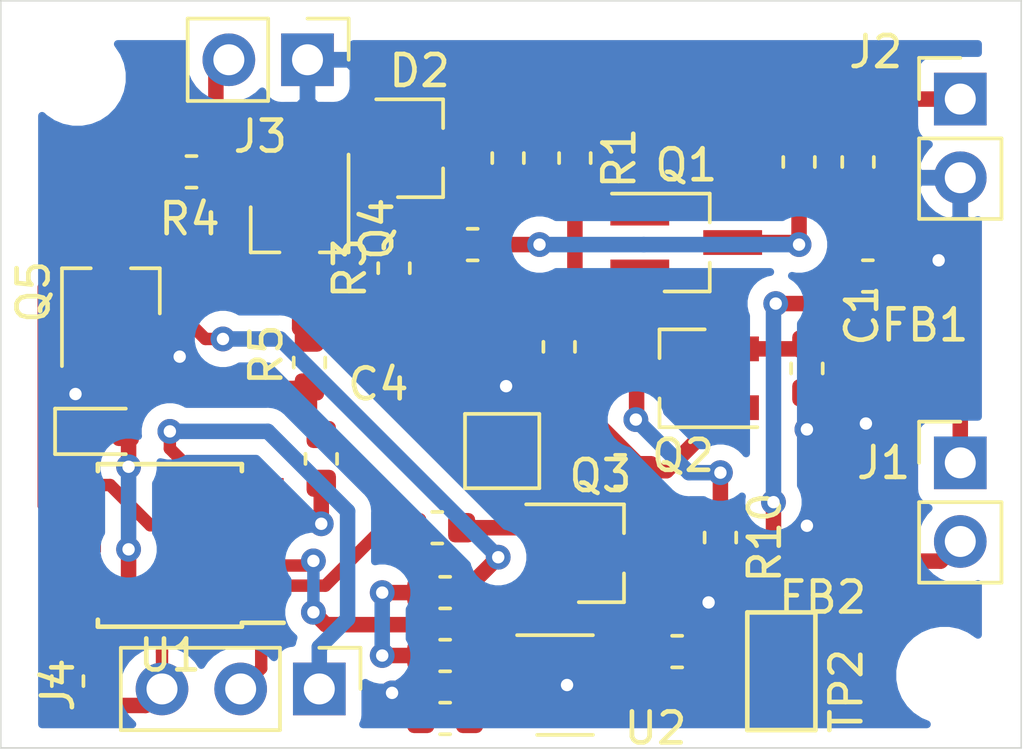
<source format=kicad_pcb>
(kicad_pcb (version 20171130) (host pcbnew 5.1.5-52549c5~84~ubuntu18.04.1)

  (general
    (thickness 1.6)
    (drawings 4)
    (tracks 217)
    (zones 0)
    (modules 45)
    (nets 27)
  )

  (page A4)
  (layers
    (0 F.Cu signal)
    (31 B.Cu signal)
    (32 B.Adhes user)
    (33 F.Adhes user)
    (34 B.Paste user)
    (35 F.Paste user)
    (36 B.SilkS user)
    (37 F.SilkS user)
    (38 B.Mask user)
    (39 F.Mask user)
    (40 Dwgs.User user)
    (41 Cmts.User user)
    (42 Eco1.User user)
    (43 Eco2.User user)
    (44 Edge.Cuts user)
    (45 Margin user)
    (46 B.CrtYd user)
    (47 F.CrtYd user)
    (48 B.Fab user)
    (49 F.Fab user)
  )

  (setup
    (last_trace_width 0.5)
    (user_trace_width 0.4)
    (user_trace_width 0.5)
    (trace_clearance 0.2)
    (zone_clearance 0.508)
    (zone_45_only no)
    (trace_min 0.2)
    (via_size 0.8)
    (via_drill 0.4)
    (via_min_size 0.4)
    (via_min_drill 0.3)
    (uvia_size 0.3)
    (uvia_drill 0.1)
    (uvias_allowed no)
    (uvia_min_size 0.2)
    (uvia_min_drill 0.1)
    (edge_width 0.05)
    (segment_width 0.2)
    (pcb_text_width 0.3)
    (pcb_text_size 1.5 1.5)
    (mod_edge_width 0.12)
    (mod_text_size 1 1)
    (mod_text_width 0.15)
    (pad_size 1.524 1.524)
    (pad_drill 0.762)
    (pad_to_mask_clearance 0.051)
    (solder_mask_min_width 0.25)
    (pad_to_paste_clearance -0.0005)
    (aux_axis_origin 0 0)
    (visible_elements FFFFFF7F)
    (pcbplotparams
      (layerselection 0x010fc_ffffffff)
      (usegerberextensions false)
      (usegerberattributes false)
      (usegerberadvancedattributes false)
      (creategerberjobfile false)
      (excludeedgelayer true)
      (linewidth 0.100000)
      (plotframeref false)
      (viasonmask false)
      (mode 1)
      (useauxorigin false)
      (hpglpennumber 1)
      (hpglpenspeed 20)
      (hpglpendiameter 15.000000)
      (psnegative false)
      (psa4output false)
      (plotreference true)
      (plotvalue true)
      (plotinvisibletext false)
      (padsonsilk false)
      (subtractmaskfromsilk false)
      (outputformat 1)
      (mirror false)
      (drillshape 0)
      (scaleselection 1)
      (outputdirectory "./gerbers"))
  )

  (net 0 "")
  (net 1 GND)
  (net 2 "Net-(C3-Pad2)")
  (net 3 "Net-(C4-Pad1)")
  (net 4 /37V)
  (net 5 /MBUS-P)
  (net 6 /MBUS-N)
  (net 7 "Net-(Q2-Pad2)")
  (net 8 "Net-(Q3-Pad2)")
  (net 9 "Net-(Q3-Pad1)")
  (net 10 "Net-(Q4-Pad1)")
  (net 11 "Net-(Q5-Pad2)")
  (net 12 /3V3)
  (net 13 "Net-(R11-Pad2)")
  (net 14 "Net-(U1-Pad5)")
  (net 15 /MBUS-RX)
  (net 16 /MBUS-TX)
  (net 17 "Net-(Q5-Pad1)")
  (net 18 /MBUS-FAULT)
  (net 19 "Net-(R13-Pad2)")
  (net 20 "Net-(R15-Pad2)")
  (net 21 "Net-(R16-Pad2)")
  (net 22 "Net-(D3-Pad2)")
  (net 23 "Net-(Q2-Pad1)")
  (net 24 /Q1E)
  (net 25 /Q1B)
  (net 26 /Q1C)

  (net_class Default "This is the default net class."
    (clearance 0.2)
    (trace_width 0.25)
    (via_dia 0.8)
    (via_drill 0.4)
    (uvia_dia 0.3)
    (uvia_drill 0.1)
    (add_net /37V)
    (add_net /3V3)
    (add_net /MBUS-FAULT)
    (add_net /MBUS-N)
    (add_net /MBUS-P)
    (add_net /MBUS-RX)
    (add_net /MBUS-TX)
    (add_net /Q1B)
    (add_net /Q1C)
    (add_net /Q1E)
    (add_net GND)
    (add_net "Net-(C3-Pad2)")
    (add_net "Net-(C4-Pad1)")
    (add_net "Net-(D3-Pad2)")
    (add_net "Net-(Q2-Pad1)")
    (add_net "Net-(Q2-Pad2)")
    (add_net "Net-(Q3-Pad1)")
    (add_net "Net-(Q3-Pad2)")
    (add_net "Net-(Q4-Pad1)")
    (add_net "Net-(Q5-Pad1)")
    (add_net "Net-(Q5-Pad2)")
    (add_net "Net-(R11-Pad2)")
    (add_net "Net-(R13-Pad2)")
    (add_net "Net-(R15-Pad2)")
    (add_net "Net-(R16-Pad2)")
    (add_net "Net-(U1-Pad5)")
  )

  (module SOT-23-Custom:BCV71_SOT-23_Handsoldering (layer F.Cu) (tedit 5E52E4E7) (tstamp 5DF72113)
    (at 131.6355 85.471 270)
    (descr "SOT-23, Handsoldering")
    (tags SOT-23)
    (path /5E1C9A60)
    (attr smd)
    (fp_text reference Q4 (at 0 -2.5 90) (layer F.SilkS)
      (effects (font (size 1 1) (thickness 0.15)))
    )
    (fp_text value MMBT2907A (at 0 2.5 90) (layer F.Fab) hide
      (effects (font (size 1 1) (thickness 0.15)))
    )
    (fp_text user %R (at 0 0) (layer F.Fab)
      (effects (font (size 0.5 0.5) (thickness 0.075)))
    )
    (fp_line (start 0.76 1.58) (end 0.76 0.65) (layer F.SilkS) (width 0.12))
    (fp_line (start 0.76 -1.58) (end 0.76 -0.65) (layer F.SilkS) (width 0.12))
    (fp_line (start -2.7 -1.75) (end 2.7 -1.75) (layer F.CrtYd) (width 0.05))
    (fp_line (start 2.7 -1.75) (end 2.7 1.75) (layer F.CrtYd) (width 0.05))
    (fp_line (start 2.7 1.75) (end -2.7 1.75) (layer F.CrtYd) (width 0.05))
    (fp_line (start -2.7 1.75) (end -2.7 -1.75) (layer F.CrtYd) (width 0.05))
    (fp_line (start 0.76 -1.58) (end -2.4 -1.58) (layer F.SilkS) (width 0.12))
    (fp_line (start -0.7 -0.95) (end -0.7 1.5) (layer F.Fab) (width 0.1))
    (fp_line (start -0.15 -1.52) (end 0.7 -1.52) (layer F.Fab) (width 0.1))
    (fp_line (start -0.7 -0.95) (end -0.15 -1.52) (layer F.Fab) (width 0.1))
    (fp_line (start 0.7 -1.52) (end 0.7 1.52) (layer F.Fab) (width 0.1))
    (fp_line (start -0.7 1.52) (end 0.7 1.52) (layer F.Fab) (width 0.1))
    (fp_line (start 0.76 1.58) (end -0.7 1.58) (layer F.SilkS) (width 0.12))
    (pad 2 smd rect (at -1.5 -0.95 270) (size 1.9 0.8) (layers F.Cu F.Paste F.Mask)
      (net 3 "Net-(C4-Pad1)"))
    (pad 3 smd rect (at -1.5 0.95 270) (size 1.9 0.8) (layers F.Cu F.Paste F.Mask)
      (net 4 /37V))
    (pad 1 smd rect (at 1.5 0 270) (size 1.9 0.8) (layers F.Cu F.Paste F.Mask)
      (net 10 "Net-(Q4-Pad1)"))
    (model ${KISYS3DMOD}/Package_TO_SOT_SMD.3dshapes/SOT-23.wrl
      (at (xyz 0 0 0))
      (scale (xyz 1 1 1))
      (rotate (xyz 0 0 0))
    )
  )

  (module TestPoint:TestPoint_Pad_2.0x2.0mm (layer F.Cu) (tedit 5A0F774F) (tstamp 5E5343FE)
    (at 138.176 92.6465)
    (descr "SMD rectangular pad as test Point, square 2.0mm side length")
    (tags "test point SMD pad rectangle square")
    (path /5E392E15)
    (attr virtual)
    (fp_text reference TP1 (at -2.4765 -1.3335) (layer F.SilkS) hide
      (effects (font (size 1 1) (thickness 0.15)))
    )
    (fp_text value TestPoint (at 0 2.05) (layer F.Fab) hide
      (effects (font (size 1 1) (thickness 0.15)))
    )
    (fp_line (start 1.5 1.5) (end -1.5 1.5) (layer F.CrtYd) (width 0.05))
    (fp_line (start 1.5 1.5) (end 1.5 -1.5) (layer F.CrtYd) (width 0.05))
    (fp_line (start -1.5 -1.5) (end -1.5 1.5) (layer F.CrtYd) (width 0.05))
    (fp_line (start -1.5 -1.5) (end 1.5 -1.5) (layer F.CrtYd) (width 0.05))
    (fp_line (start -1.2 1.2) (end -1.2 -1.2) (layer F.SilkS) (width 0.12))
    (fp_line (start 1.2 1.2) (end -1.2 1.2) (layer F.SilkS) (width 0.12))
    (fp_line (start 1.2 -1.2) (end 1.2 1.2) (layer F.SilkS) (width 0.12))
    (fp_line (start -1.2 -1.2) (end 1.2 -1.2) (layer F.SilkS) (width 0.12))
    (fp_text user %R (at -1.905 -2.286) (layer F.Fab)
      (effects (font (size 1 1) (thickness 0.15)))
    )
    (pad 1 smd rect (at 0 0) (size 2 2) (layers F.Cu F.Mask)
      (net 26 /Q1C))
  )

  (module SOT-23-Custom:BCV71_SOT-23_Handsoldering (layer F.Cu) (tedit 5E52E4E7) (tstamp 5DF720E9)
    (at 144.018 90.297 180)
    (descr "SOT-23, Handsoldering")
    (tags SOT-23)
    (path /5E115E4D)
    (attr smd)
    (fp_text reference Q2 (at 0 -2.5) (layer F.SilkS)
      (effects (font (size 1 1) (thickness 0.15)))
    )
    (fp_text value MMBT2907A (at 0 2.5) (layer F.Fab) hide
      (effects (font (size 1 1) (thickness 0.15)))
    )
    (fp_text user %R (at 0 0 90) (layer F.Fab)
      (effects (font (size 0.5 0.5) (thickness 0.075)))
    )
    (fp_line (start 0.76 1.58) (end 0.76 0.65) (layer F.SilkS) (width 0.12))
    (fp_line (start 0.76 -1.58) (end 0.76 -0.65) (layer F.SilkS) (width 0.12))
    (fp_line (start -2.7 -1.75) (end 2.7 -1.75) (layer F.CrtYd) (width 0.05))
    (fp_line (start 2.7 -1.75) (end 2.7 1.75) (layer F.CrtYd) (width 0.05))
    (fp_line (start 2.7 1.75) (end -2.7 1.75) (layer F.CrtYd) (width 0.05))
    (fp_line (start -2.7 1.75) (end -2.7 -1.75) (layer F.CrtYd) (width 0.05))
    (fp_line (start 0.76 -1.58) (end -2.4 -1.58) (layer F.SilkS) (width 0.12))
    (fp_line (start -0.7 -0.95) (end -0.7 1.5) (layer F.Fab) (width 0.1))
    (fp_line (start -0.15 -1.52) (end 0.7 -1.52) (layer F.Fab) (width 0.1))
    (fp_line (start -0.7 -0.95) (end -0.15 -1.52) (layer F.Fab) (width 0.1))
    (fp_line (start 0.7 -1.52) (end 0.7 1.52) (layer F.Fab) (width 0.1))
    (fp_line (start -0.7 1.52) (end 0.7 1.52) (layer F.Fab) (width 0.1))
    (fp_line (start 0.76 1.58) (end -0.7 1.58) (layer F.SilkS) (width 0.12))
    (pad 2 smd rect (at -1.5 -0.95 180) (size 1.9 0.8) (layers F.Cu F.Paste F.Mask)
      (net 7 "Net-(Q2-Pad2)"))
    (pad 3 smd rect (at -1.5 0.95 180) (size 1.9 0.8) (layers F.Cu F.Paste F.Mask)
      (net 24 /Q1E))
    (pad 1 smd rect (at 1.5 0 180) (size 1.9 0.8) (layers F.Cu F.Paste F.Mask)
      (net 23 "Net-(Q2-Pad1)"))
    (model ${KISYS3DMOD}/Package_TO_SOT_SMD.3dshapes/SOT-23.wrl
      (at (xyz 0 0 0))
      (scale (xyz 1 1 1))
      (rotate (xyz 0 0 0))
    )
  )

  (module SOT-23-Custom:BCV71_SOT-23_Handsoldering (layer F.Cu) (tedit 5E52E4E7) (tstamp 5DF720FE)
    (at 141.351 95.9485)
    (descr "SOT-23, Handsoldering")
    (tags SOT-23)
    (path /5E11542A)
    (attr smd)
    (fp_text reference Q3 (at 0 -2.5) (layer F.SilkS)
      (effects (font (size 1 1) (thickness 0.15)))
    )
    (fp_text value BCV71 (at 0 2.5) (layer F.Fab) hide
      (effects (font (size 1 1) (thickness 0.15)))
    )
    (fp_text user %R (at 0 0 90) (layer F.Fab)
      (effects (font (size 0.5 0.5) (thickness 0.075)))
    )
    (fp_line (start 0.76 1.58) (end 0.76 0.65) (layer F.SilkS) (width 0.12))
    (fp_line (start 0.76 -1.58) (end 0.76 -0.65) (layer F.SilkS) (width 0.12))
    (fp_line (start -2.7 -1.75) (end 2.7 -1.75) (layer F.CrtYd) (width 0.05))
    (fp_line (start 2.7 -1.75) (end 2.7 1.75) (layer F.CrtYd) (width 0.05))
    (fp_line (start 2.7 1.75) (end -2.7 1.75) (layer F.CrtYd) (width 0.05))
    (fp_line (start -2.7 1.75) (end -2.7 -1.75) (layer F.CrtYd) (width 0.05))
    (fp_line (start 0.76 -1.58) (end -2.4 -1.58) (layer F.SilkS) (width 0.12))
    (fp_line (start -0.7 -0.95) (end -0.7 1.5) (layer F.Fab) (width 0.1))
    (fp_line (start -0.15 -1.52) (end 0.7 -1.52) (layer F.Fab) (width 0.1))
    (fp_line (start -0.7 -0.95) (end -0.15 -1.52) (layer F.Fab) (width 0.1))
    (fp_line (start 0.7 -1.52) (end 0.7 1.52) (layer F.Fab) (width 0.1))
    (fp_line (start -0.7 1.52) (end 0.7 1.52) (layer F.Fab) (width 0.1))
    (fp_line (start 0.76 1.58) (end -0.7 1.58) (layer F.SilkS) (width 0.12))
    (pad 2 smd rect (at -1.5 -0.95) (size 1.9 0.8) (layers F.Cu F.Paste F.Mask)
      (net 8 "Net-(Q3-Pad2)"))
    (pad 3 smd rect (at -1.5 0.95) (size 1.9 0.8) (layers F.Cu F.Paste F.Mask)
      (net 1 GND))
    (pad 1 smd rect (at 1.5 0) (size 1.9 0.8) (layers F.Cu F.Paste F.Mask)
      (net 9 "Net-(Q3-Pad1)"))
    (model ${KISYS3DMOD}/Package_TO_SOT_SMD.3dshapes/SOT-23.wrl
      (at (xyz 0 0 0))
      (scale (xyz 1 1 1))
      (rotate (xyz 0 0 0))
    )
  )

  (module SOT-23-Custom:BCV71_SOT-23_Handsoldering (layer F.Cu) (tedit 5E52E4E7) (tstamp 5DF8FE02)
    (at 125.5395 87.503 90)
    (descr "SOT-23, Handsoldering")
    (tags SOT-23)
    (path /5E313218)
    (attr smd)
    (fp_text reference Q5 (at 0 -2.5 90) (layer F.SilkS)
      (effects (font (size 1 1) (thickness 0.15)))
    )
    (fp_text value BCV71 (at 0 2.5 90) (layer F.Fab) hide
      (effects (font (size 1 1) (thickness 0.15)))
    )
    (fp_text user %R (at 0 0) (layer F.Fab)
      (effects (font (size 0.5 0.5) (thickness 0.075)))
    )
    (fp_line (start 0.76 1.58) (end 0.76 0.65) (layer F.SilkS) (width 0.12))
    (fp_line (start 0.76 -1.58) (end 0.76 -0.65) (layer F.SilkS) (width 0.12))
    (fp_line (start -2.7 -1.75) (end 2.7 -1.75) (layer F.CrtYd) (width 0.05))
    (fp_line (start 2.7 -1.75) (end 2.7 1.75) (layer F.CrtYd) (width 0.05))
    (fp_line (start 2.7 1.75) (end -2.7 1.75) (layer F.CrtYd) (width 0.05))
    (fp_line (start -2.7 1.75) (end -2.7 -1.75) (layer F.CrtYd) (width 0.05))
    (fp_line (start 0.76 -1.58) (end -2.4 -1.58) (layer F.SilkS) (width 0.12))
    (fp_line (start -0.7 -0.95) (end -0.7 1.5) (layer F.Fab) (width 0.1))
    (fp_line (start -0.15 -1.52) (end 0.7 -1.52) (layer F.Fab) (width 0.1))
    (fp_line (start -0.7 -0.95) (end -0.15 -1.52) (layer F.Fab) (width 0.1))
    (fp_line (start 0.7 -1.52) (end 0.7 1.52) (layer F.Fab) (width 0.1))
    (fp_line (start -0.7 1.52) (end 0.7 1.52) (layer F.Fab) (width 0.1))
    (fp_line (start 0.76 1.58) (end -0.7 1.58) (layer F.SilkS) (width 0.12))
    (pad 2 smd rect (at -1.5 -0.95 90) (size 1.9 0.8) (layers F.Cu F.Paste F.Mask)
      (net 11 "Net-(Q5-Pad2)"))
    (pad 3 smd rect (at -1.5 0.95 90) (size 1.9 0.8) (layers F.Cu F.Paste F.Mask)
      (net 1 GND))
    (pad 1 smd rect (at 1.5 0 90) (size 1.9 0.8) (layers F.Cu F.Paste F.Mask)
      (net 17 "Net-(Q5-Pad1)"))
    (model ${KISYS3DMOD}/Package_TO_SOT_SMD.3dshapes/SOT-23.wrl
      (at (xyz 0 0 0))
      (scale (xyz 1 1 1))
      (rotate (xyz 0 0 0))
    )
  )

  (module SOT-23-Custom:BCV71_SOT-23_Handsoldering (layer F.Cu) (tedit 5E52E4E7) (tstamp 5DF720D4)
    (at 144.121 85.913)
    (descr "SOT-23, Handsoldering")
    (tags SOT-23)
    (path /5E114113)
    (attr smd)
    (fp_text reference Q1 (at 0 -2.5) (layer F.SilkS)
      (effects (font (size 1 1) (thickness 0.15)))
    )
    (fp_text value BCV71 (at 0 2.5) (layer F.Fab) hide
      (effects (font (size 1 1) (thickness 0.15)))
    )
    (fp_text user %R (at 0 0 90) (layer F.Fab)
      (effects (font (size 0.5 0.5) (thickness 0.075)))
    )
    (fp_line (start 0.76 1.58) (end 0.76 0.65) (layer F.SilkS) (width 0.12))
    (fp_line (start 0.76 -1.58) (end 0.76 -0.65) (layer F.SilkS) (width 0.12))
    (fp_line (start -2.7 -1.75) (end 2.7 -1.75) (layer F.CrtYd) (width 0.05))
    (fp_line (start 2.7 -1.75) (end 2.7 1.75) (layer F.CrtYd) (width 0.05))
    (fp_line (start 2.7 1.75) (end -2.7 1.75) (layer F.CrtYd) (width 0.05))
    (fp_line (start -2.7 1.75) (end -2.7 -1.75) (layer F.CrtYd) (width 0.05))
    (fp_line (start 0.76 -1.58) (end -2.4 -1.58) (layer F.SilkS) (width 0.12))
    (fp_line (start -0.7 -0.95) (end -0.7 1.5) (layer F.Fab) (width 0.1))
    (fp_line (start -0.15 -1.52) (end 0.7 -1.52) (layer F.Fab) (width 0.1))
    (fp_line (start -0.7 -0.95) (end -0.15 -1.52) (layer F.Fab) (width 0.1))
    (fp_line (start 0.7 -1.52) (end 0.7 1.52) (layer F.Fab) (width 0.1))
    (fp_line (start -0.7 1.52) (end 0.7 1.52) (layer F.Fab) (width 0.1))
    (fp_line (start 0.76 1.58) (end -0.7 1.58) (layer F.SilkS) (width 0.12))
    (pad 2 smd rect (at -1.5 -0.95) (size 1.9 0.8) (layers F.Cu F.Paste F.Mask)
      (net 25 /Q1B))
    (pad 3 smd rect (at -1.5 0.95) (size 1.9 0.8) (layers F.Cu F.Paste F.Mask)
      (net 24 /Q1E))
    (pad 1 smd rect (at 1.5 0) (size 1.9 0.8) (layers F.Cu F.Paste F.Mask)
      (net 26 /Q1C))
    (model ${KISYS3DMOD}/Package_TO_SOT_SMD.3dshapes/SOT-23.wrl
      (at (xyz 0 0 0))
      (scale (xyz 1 1 1))
      (rotate (xyz 0 0 0))
    )
  )

  (module Fiducial:Fiducial_0.5mm_Mask1.5mm (layer F.Cu) (tedit 5C18D139) (tstamp 5DFBBCB2)
    (at 142.4305 80.8355)
    (descr "Circular Fiducial, 0.5mm bare copper, 1.5mm soldermask opening")
    (tags fiducial)
    (attr smd)
    (fp_text reference REF** (at 0 -1.7145) (layer F.SilkS) hide
      (effects (font (size 1 1) (thickness 0.15)))
    )
    (fp_text value Fiducial_0.5mm_Mask1.5mm (at 0 1.7145) (layer F.Fab) hide
      (effects (font (size 1 1) (thickness 0.15)))
    )
    (fp_circle (center 0 0) (end 0.75 0) (layer F.Fab) (width 0.1))
    (fp_text user %R (at 0 0) (layer F.Fab)
      (effects (font (size 0.2 0.2) (thickness 0.04)))
    )
    (fp_circle (center 0 0) (end 1 0) (layer F.CrtYd) (width 0.05))
    (pad "" smd circle (at 0 0) (size 0.5 0.5) (layers F.Cu F.Mask)
      (solder_mask_margin 0.5) (clearance 0.5))
  )

  (module Fiducial:Fiducial_0.5mm_Mask1.5mm (layer F.Cu) (tedit 5C18D139) (tstamp 5DFBBC70)
    (at 152.8445 88.0745)
    (descr "Circular Fiducial, 0.5mm bare copper, 1.5mm soldermask opening")
    (tags fiducial)
    (attr smd)
    (fp_text reference REF** (at 0 -1.7145) (layer F.SilkS) hide
      (effects (font (size 1 1) (thickness 0.15)))
    )
    (fp_text value Fiducial_0.5mm_Mask1.5mm (at 0 1.7145) (layer F.Fab) hide
      (effects (font (size 1 1) (thickness 0.15)))
    )
    (fp_circle (center 0 0) (end 0.75 0) (layer F.Fab) (width 0.1))
    (fp_text user %R (at 0 0) (layer F.Fab)
      (effects (font (size 0.2 0.2) (thickness 0.04)))
    )
    (fp_circle (center 0 0) (end 1 0) (layer F.CrtYd) (width 0.05))
    (pad "" smd circle (at 0 0) (size 0.5 0.5) (layers F.Cu F.Mask)
      (solder_mask_margin 0.5) (clearance 0.5))
  )

  (module Fiducial:Fiducial_0.5mm_Mask1.5mm (layer F.Cu) (tedit 5C18D139) (tstamp 5DFBBC40)
    (at 146.3675 80.8355)
    (descr "Circular Fiducial, 0.5mm bare copper, 1.5mm soldermask opening")
    (tags fiducial)
    (attr smd)
    (fp_text reference REF** (at 0 -1.7145) (layer F.SilkS) hide
      (effects (font (size 1 1) (thickness 0.15)))
    )
    (fp_text value Fiducial_0.5mm_Mask1.5mm (at 0 1.7145) (layer F.Fab) hide
      (effects (font (size 1 1) (thickness 0.15)))
    )
    (fp_circle (center 0 0) (end 1 0) (layer F.CrtYd) (width 0.05))
    (fp_text user %R (at 0 0) (layer F.Fab)
      (effects (font (size 0.2 0.2) (thickness 0.04)))
    )
    (fp_circle (center 0 0) (end 0.75 0) (layer F.Fab) (width 0.1))
    (pad "" smd circle (at 0 0) (size 0.5 0.5) (layers F.Cu F.Mask)
      (solder_mask_margin 0.5) (clearance 0.5))
  )

  (module Resistor_SMD:R_0603_1608Metric (layer F.Cu) (tedit 5B301BBD) (tstamp 5DF721B0)
    (at 141.986 93.2815 180)
    (descr "Resistor SMD 0603 (1608 Metric), square (rectangular) end terminal, IPC_7351 nominal, (Body size source: http://www.tortai-tech.com/upload/download/2011102023233369053.pdf), generated with kicad-footprint-generator")
    (tags resistor)
    (path /5E113440)
    (attr smd)
    (fp_text reference R8 (at 0 -1.43) (layer F.SilkS) hide
      (effects (font (size 1 1) (thickness 0.15)))
    )
    (fp_text value "24k 1%" (at 0 1.43) (layer F.Fab) hide
      (effects (font (size 1 1) (thickness 0.15)))
    )
    (fp_text user %R (at 0 0) (layer F.Fab)
      (effects (font (size 0.4 0.4) (thickness 0.06)))
    )
    (fp_line (start 1.48 0.73) (end -1.48 0.73) (layer F.CrtYd) (width 0.05))
    (fp_line (start 1.48 -0.73) (end 1.48 0.73) (layer F.CrtYd) (width 0.05))
    (fp_line (start -1.48 -0.73) (end 1.48 -0.73) (layer F.CrtYd) (width 0.05))
    (fp_line (start -1.48 0.73) (end -1.48 -0.73) (layer F.CrtYd) (width 0.05))
    (fp_line (start -0.162779 0.51) (end 0.162779 0.51) (layer F.SilkS) (width 0.12))
    (fp_line (start -0.162779 -0.51) (end 0.162779 -0.51) (layer F.SilkS) (width 0.12))
    (fp_line (start 0.8 0.4) (end -0.8 0.4) (layer F.Fab) (width 0.1))
    (fp_line (start 0.8 -0.4) (end 0.8 0.4) (layer F.Fab) (width 0.1))
    (fp_line (start -0.8 -0.4) (end 0.8 -0.4) (layer F.Fab) (width 0.1))
    (fp_line (start -0.8 0.4) (end -0.8 -0.4) (layer F.Fab) (width 0.1))
    (pad 2 smd roundrect (at 0.7875 0 180) (size 0.875 0.95) (layers F.Cu F.Paste F.Mask) (roundrect_rratio 0.25)
      (net 9 "Net-(Q3-Pad1)"))
    (pad 1 smd roundrect (at -0.7875 0 180) (size 0.875 0.95) (layers F.Cu F.Paste F.Mask) (roundrect_rratio 0.25)
      (net 7 "Net-(Q2-Pad2)"))
    (model ${KISYS3DMOD}/Resistor_SMD.3dshapes/R_0603_1608Metric.wrl
      (at (xyz 0 0 0))
      (scale (xyz 1 1 1))
      (rotate (xyz 0 0 0))
    )
  )

  (module Resistor_SMD:R_0603_1608Metric (layer F.Cu) (tedit 5B301BBD) (tstamp 5DFB8971)
    (at 132.334 92.9005 270)
    (descr "Resistor SMD 0603 (1608 Metric), square (rectangular) end terminal, IPC_7351 nominal, (Body size source: http://www.tortai-tech.com/upload/download/2011102023233369053.pdf), generated with kicad-footprint-generator")
    (tags resistor)
    (path /5E1177F2)
    (attr smd)
    (fp_text reference R7 (at 0 -1.43 90) (layer F.SilkS) hide
      (effects (font (size 1 1) (thickness 0.15)))
    )
    (fp_text value "24k 1%" (at 0 1.43 90) (layer F.Fab) hide
      (effects (font (size 1 1) (thickness 0.15)))
    )
    (fp_text user %R (at 0 0 90) (layer F.Fab)
      (effects (font (size 0.4 0.4) (thickness 0.06)))
    )
    (fp_line (start 1.48 0.73) (end -1.48 0.73) (layer F.CrtYd) (width 0.05))
    (fp_line (start 1.48 -0.73) (end 1.48 0.73) (layer F.CrtYd) (width 0.05))
    (fp_line (start -1.48 -0.73) (end 1.48 -0.73) (layer F.CrtYd) (width 0.05))
    (fp_line (start -1.48 0.73) (end -1.48 -0.73) (layer F.CrtYd) (width 0.05))
    (fp_line (start -0.162779 0.51) (end 0.162779 0.51) (layer F.SilkS) (width 0.12))
    (fp_line (start -0.162779 -0.51) (end 0.162779 -0.51) (layer F.SilkS) (width 0.12))
    (fp_line (start 0.8 0.4) (end -0.8 0.4) (layer F.Fab) (width 0.1))
    (fp_line (start 0.8 -0.4) (end 0.8 0.4) (layer F.Fab) (width 0.1))
    (fp_line (start -0.8 -0.4) (end 0.8 -0.4) (layer F.Fab) (width 0.1))
    (fp_line (start -0.8 0.4) (end -0.8 -0.4) (layer F.Fab) (width 0.1))
    (pad 2 smd roundrect (at 0.7875 0 270) (size 0.875 0.95) (layers F.Cu F.Paste F.Mask) (roundrect_rratio 0.25)
      (net 1 GND))
    (pad 1 smd roundrect (at -0.7875 0 270) (size 0.875 0.95) (layers F.Cu F.Paste F.Mask) (roundrect_rratio 0.25)
      (net 11 "Net-(Q5-Pad2)"))
    (model ${KISYS3DMOD}/Resistor_SMD.3dshapes/R_0603_1608Metric.wrl
      (at (xyz 0 0 0))
      (scale (xyz 1 1 1))
      (rotate (xyz 0 0 0))
    )
  )

  (module MountingHole:MountingHole_2.1mm (layer F.Cu) (tedit 5B924765) (tstamp 5DFB5447)
    (at 152.4635 99.8855)
    (descr "Mounting Hole 2.1mm, no annular")
    (tags "mounting hole 2.1mm no annular")
    (attr virtual)
    (fp_text reference REF** (at 0 -3.2) (layer F.SilkS) hide
      (effects (font (size 1 1) (thickness 0.15)))
    )
    (fp_text value MountingHole_2.1mm (at 0 3.2) (layer F.Fab) hide
      (effects (font (size 1 1) (thickness 0.15)))
    )
    (fp_text user %R (at 0.3 0) (layer F.Fab)
      (effects (font (size 1 1) (thickness 0.15)))
    )
    (fp_circle (center 0 0) (end 2.1 0) (layer Cmts.User) (width 0.15))
    (fp_circle (center 0 0) (end 2.35 0) (layer F.CrtYd) (width 0.05))
    (pad "" np_thru_hole circle (at 0 0) (size 2.1 2.1) (drill 2.1) (layers *.Cu *.Mask))
  )

  (module MountingHole:MountingHole_2.1mm (layer F.Cu) (tedit 5B924765) (tstamp 5DFB4EF4)
    (at 124.46 80.5815)
    (descr "Mounting Hole 2.1mm, no annular")
    (tags "mounting hole 2.1mm no annular")
    (attr virtual)
    (fp_text reference REF** (at 0 -3.2) (layer F.SilkS) hide
      (effects (font (size 1 1) (thickness 0.15)))
    )
    (fp_text value MountingHole_2.1mm (at 0 3.2) (layer F.Fab) hide
      (effects (font (size 1 1) (thickness 0.15)))
    )
    (fp_circle (center 0 0) (end 2.35 0) (layer F.CrtYd) (width 0.05))
    (fp_circle (center 0 0) (end 2.1 0) (layer Cmts.User) (width 0.15))
    (fp_text user %R (at 0.3 0) (layer F.Fab)
      (effects (font (size 1 1) (thickness 0.15)))
    )
    (pad "" np_thru_hole circle (at 0 0) (size 2.1 2.1) (drill 2.1) (layers *.Cu *.Mask))
  )

  (module Capacitor_SMD:C_0603_1608Metric (layer F.Cu) (tedit 5B301BBE) (tstamp 5DFB43A0)
    (at 143.8275 99.1235)
    (descr "Capacitor SMD 0603 (1608 Metric), square (rectangular) end terminal, IPC_7351 nominal, (Body size source: http://www.tortai-tech.com/upload/download/2011102023233369053.pdf), generated with kicad-footprint-generator")
    (tags capacitor)
    (path /5E3F3780)
    (attr smd)
    (fp_text reference C5 (at 0 -1.43) (layer F.SilkS) hide
      (effects (font (size 1 1) (thickness 0.15)))
    )
    (fp_text value "100n 50V" (at 0 1.43) (layer F.Fab) hide
      (effects (font (size 1 1) (thickness 0.15)))
    )
    (fp_text user %R (at 0 0) (layer F.Fab)
      (effects (font (size 0.4 0.4) (thickness 0.06)))
    )
    (fp_line (start 1.48 0.73) (end -1.48 0.73) (layer F.CrtYd) (width 0.05))
    (fp_line (start 1.48 -0.73) (end 1.48 0.73) (layer F.CrtYd) (width 0.05))
    (fp_line (start -1.48 -0.73) (end 1.48 -0.73) (layer F.CrtYd) (width 0.05))
    (fp_line (start -1.48 0.73) (end -1.48 -0.73) (layer F.CrtYd) (width 0.05))
    (fp_line (start -0.162779 0.51) (end 0.162779 0.51) (layer F.SilkS) (width 0.12))
    (fp_line (start -0.162779 -0.51) (end 0.162779 -0.51) (layer F.SilkS) (width 0.12))
    (fp_line (start 0.8 0.4) (end -0.8 0.4) (layer F.Fab) (width 0.1))
    (fp_line (start 0.8 -0.4) (end 0.8 0.4) (layer F.Fab) (width 0.1))
    (fp_line (start -0.8 -0.4) (end 0.8 -0.4) (layer F.Fab) (width 0.1))
    (fp_line (start -0.8 0.4) (end -0.8 -0.4) (layer F.Fab) (width 0.1))
    (pad 2 smd roundrect (at 0.7875 0) (size 0.875 0.95) (layers F.Cu F.Paste F.Mask) (roundrect_rratio 0.25)
      (net 1 GND))
    (pad 1 smd roundrect (at -0.7875 0) (size 0.875 0.95) (layers F.Cu F.Paste F.Mask) (roundrect_rratio 0.25)
      (net 12 /3V3))
    (model ${KISYS3DMOD}/Capacitor_SMD.3dshapes/C_0603_1608Metric.wrl
      (at (xyz 0 0 0))
      (scale (xyz 1 1 1))
      (rotate (xyz 0 0 0))
    )
  )

  (module Capacitor_SMD:C_0603_1608Metric (layer F.Cu) (tedit 5B301BBE) (tstamp 5DF72051)
    (at 137.2235 85.979 180)
    (descr "Capacitor SMD 0603 (1608 Metric), square (rectangular) end terminal, IPC_7351 nominal, (Body size source: http://www.tortai-tech.com/upload/download/2011102023233369053.pdf), generated with kicad-footprint-generator")
    (tags capacitor)
    (path /5E164A65)
    (attr smd)
    (fp_text reference C3 (at 0 -1.43) (layer F.SilkS) hide
      (effects (font (size 1 1) (thickness 0.15)))
    )
    (fp_text value "220n 50V" (at 0 1.43) (layer F.Fab) hide
      (effects (font (size 1 1) (thickness 0.15)))
    )
    (fp_text user %R (at 0 0) (layer F.Fab)
      (effects (font (size 0.4 0.4) (thickness 0.06)))
    )
    (fp_line (start 1.48 0.73) (end -1.48 0.73) (layer F.CrtYd) (width 0.05))
    (fp_line (start 1.48 -0.73) (end 1.48 0.73) (layer F.CrtYd) (width 0.05))
    (fp_line (start -1.48 -0.73) (end 1.48 -0.73) (layer F.CrtYd) (width 0.05))
    (fp_line (start -1.48 0.73) (end -1.48 -0.73) (layer F.CrtYd) (width 0.05))
    (fp_line (start -0.162779 0.51) (end 0.162779 0.51) (layer F.SilkS) (width 0.12))
    (fp_line (start -0.162779 -0.51) (end 0.162779 -0.51) (layer F.SilkS) (width 0.12))
    (fp_line (start 0.8 0.4) (end -0.8 0.4) (layer F.Fab) (width 0.1))
    (fp_line (start 0.8 -0.4) (end 0.8 0.4) (layer F.Fab) (width 0.1))
    (fp_line (start -0.8 -0.4) (end 0.8 -0.4) (layer F.Fab) (width 0.1))
    (fp_line (start -0.8 0.4) (end -0.8 -0.4) (layer F.Fab) (width 0.1))
    (pad 2 smd roundrect (at 0.7875 0 180) (size 0.875 0.95) (layers F.Cu F.Paste F.Mask) (roundrect_rratio 0.25)
      (net 2 "Net-(C3-Pad2)"))
    (pad 1 smd roundrect (at -0.7875 0 180) (size 0.875 0.95) (layers F.Cu F.Paste F.Mask) (roundrect_rratio 0.25)
      (net 26 /Q1C))
    (model ${KISYS3DMOD}/Capacitor_SMD.3dshapes/C_0603_1608Metric.wrl
      (at (xyz 0 0 0))
      (scale (xyz 1 1 1))
      (rotate (xyz 0 0 0))
    )
  )

  (module Resistor_SMD:R_0603_1608Metric (layer F.Cu) (tedit 5B301BBD) (tstamp 5DFB11CE)
    (at 124.1425 100.076 90)
    (descr "Resistor SMD 0603 (1608 Metric), square (rectangular) end terminal, IPC_7351 nominal, (Body size source: http://www.tortai-tech.com/upload/download/2011102023233369053.pdf), generated with kicad-footprint-generator")
    (tags resistor)
    (path /5E4FC3AA)
    (attr smd)
    (fp_text reference R18 (at 0 -1.43 90) (layer F.SilkS) hide
      (effects (font (size 1 1) (thickness 0.15)))
    )
    (fp_text value 50R (at 0 1.43 90) (layer F.Fab) hide
      (effects (font (size 1 1) (thickness 0.15)))
    )
    (fp_text user %R (at 0 0 90) (layer F.Fab)
      (effects (font (size 0.4 0.4) (thickness 0.06)))
    )
    (fp_line (start 1.48 0.73) (end -1.48 0.73) (layer F.CrtYd) (width 0.05))
    (fp_line (start 1.48 -0.73) (end 1.48 0.73) (layer F.CrtYd) (width 0.05))
    (fp_line (start -1.48 -0.73) (end 1.48 -0.73) (layer F.CrtYd) (width 0.05))
    (fp_line (start -1.48 0.73) (end -1.48 -0.73) (layer F.CrtYd) (width 0.05))
    (fp_line (start -0.162779 0.51) (end 0.162779 0.51) (layer F.SilkS) (width 0.12))
    (fp_line (start -0.162779 -0.51) (end 0.162779 -0.51) (layer F.SilkS) (width 0.12))
    (fp_line (start 0.8 0.4) (end -0.8 0.4) (layer F.Fab) (width 0.1))
    (fp_line (start 0.8 -0.4) (end 0.8 0.4) (layer F.Fab) (width 0.1))
    (fp_line (start -0.8 -0.4) (end 0.8 -0.4) (layer F.Fab) (width 0.1))
    (fp_line (start -0.8 0.4) (end -0.8 -0.4) (layer F.Fab) (width 0.1))
    (pad 2 smd roundrect (at 0.7875 0 90) (size 0.875 0.95) (layers F.Cu F.Paste F.Mask) (roundrect_rratio 0.25)
      (net 22 "Net-(D3-Pad2)"))
    (pad 1 smd roundrect (at -0.7875 0 90) (size 0.875 0.95) (layers F.Cu F.Paste F.Mask) (roundrect_rratio 0.25)
      (net 18 /MBUS-FAULT))
    (model ${KISYS3DMOD}/Resistor_SMD.3dshapes/R_0603_1608Metric.wrl
      (at (xyz 0 0 0))
      (scale (xyz 1 1 1))
      (rotate (xyz 0 0 0))
    )
  )

  (module LED_SMD:LED_0603_1608Metric (layer F.Cu) (tedit 5B301BBE) (tstamp 5DFB0DF3)
    (at 125.222 92.0115)
    (descr "LED SMD 0603 (1608 Metric), square (rectangular) end terminal, IPC_7351 nominal, (Body size source: http://www.tortai-tech.com/upload/download/2011102023233369053.pdf), generated with kicad-footprint-generator")
    (tags diode)
    (path /5E468D7C)
    (attr smd)
    (fp_text reference D3 (at 0 -1.43) (layer F.SilkS) hide
      (effects (font (size 1 1) (thickness 0.15)))
    )
    (fp_text value LED (at 0 1.43) (layer F.Fab) hide
      (effects (font (size 1 1) (thickness 0.15)))
    )
    (fp_text user %R (at 0 0) (layer F.Fab)
      (effects (font (size 0.4 0.4) (thickness 0.06)))
    )
    (fp_line (start 1.48 0.73) (end -1.48 0.73) (layer F.CrtYd) (width 0.05))
    (fp_line (start 1.48 -0.73) (end 1.48 0.73) (layer F.CrtYd) (width 0.05))
    (fp_line (start -1.48 -0.73) (end 1.48 -0.73) (layer F.CrtYd) (width 0.05))
    (fp_line (start -1.48 0.73) (end -1.48 -0.73) (layer F.CrtYd) (width 0.05))
    (fp_line (start -1.485 0.735) (end 0.8 0.735) (layer F.SilkS) (width 0.12))
    (fp_line (start -1.485 -0.735) (end -1.485 0.735) (layer F.SilkS) (width 0.12))
    (fp_line (start 0.8 -0.735) (end -1.485 -0.735) (layer F.SilkS) (width 0.12))
    (fp_line (start 0.8 0.4) (end 0.8 -0.4) (layer F.Fab) (width 0.1))
    (fp_line (start -0.8 0.4) (end 0.8 0.4) (layer F.Fab) (width 0.1))
    (fp_line (start -0.8 -0.1) (end -0.8 0.4) (layer F.Fab) (width 0.1))
    (fp_line (start -0.5 -0.4) (end -0.8 -0.1) (layer F.Fab) (width 0.1))
    (fp_line (start 0.8 -0.4) (end -0.5 -0.4) (layer F.Fab) (width 0.1))
    (pad 2 smd roundrect (at 0.7875 0) (size 0.875 0.95) (layers F.Cu F.Paste F.Mask) (roundrect_rratio 0.25)
      (net 22 "Net-(D3-Pad2)"))
    (pad 1 smd roundrect (at -0.7875 0) (size 0.875 0.95) (layers F.Cu F.Paste F.Mask) (roundrect_rratio 0.25)
      (net 1 GND))
    (model ${KISYS3DMOD}/LED_SMD.3dshapes/LED_0603_1608Metric.wrl
      (at (xyz 0 0 0))
      (scale (xyz 1 1 1))
      (rotate (xyz 0 0 0))
    )
  )

  (module TestPoint:TestPoint_Keystone_5015_Micro-Minature (layer F.Cu) (tedit 5A0F774F) (tstamp 5DFA3FF8)
    (at 147.193 99.7585 90)
    (descr "SMT Test Point- Micro Miniature 5015, http://www.keyelco.com/product-pdf.cfm?p=1353")
    (tags "Test Point")
    (path /5E4639FB)
    (attr smd)
    (fp_text reference TP2 (at -0.635 2.0955 90) (layer F.SilkS)
      (effects (font (size 1 1) (thickness 0.15)))
    )
    (fp_text value TestPoint (at 0 2.25 90) (layer F.Fab) hide
      (effects (font (size 1 1) (thickness 0.15)))
    )
    (fp_line (start -1.35 0.5) (end -1.35 -0.5) (layer F.Fab) (width 0.15))
    (fp_line (start 1.35 -0.5) (end -1.35 -0.5) (layer F.Fab) (width 0.15))
    (fp_line (start 1.35 -0.5) (end 1.35 0.5) (layer F.Fab) (width 0.15))
    (fp_line (start -1.35 0.5) (end 1.35 0.5) (layer F.Fab) (width 0.15))
    (fp_line (start -1.9 1.1) (end -1.9 -1.1) (layer F.SilkS) (width 0.15))
    (fp_line (start 1.9 1.1) (end -1.9 1.1) (layer F.SilkS) (width 0.15))
    (fp_line (start 1.9 -1.1) (end 1.9 1.1) (layer F.SilkS) (width 0.15))
    (fp_line (start -1.9 -1.1) (end 1.9 -1.1) (layer F.SilkS) (width 0.15))
    (fp_line (start -2.15 1.35) (end -2.15 -1.35) (layer F.CrtYd) (width 0.05))
    (fp_line (start 2.15 1.35) (end -2.15 1.35) (layer F.CrtYd) (width 0.05))
    (fp_line (start 2.15 -1.35) (end 2.15 1.35) (layer F.CrtYd) (width 0.05))
    (fp_line (start -2.15 -1.35) (end 2.15 -1.35) (layer F.CrtYd) (width 0.05))
    (fp_text user %R (at 0 0 90) (layer F.Fab)
      (effects (font (size 0.6 0.6) (thickness 0.09)))
    )
    (pad 1 smd rect (at 0 0 90) (size 3.4 1.8) (layers F.Cu F.Paste F.Mask)
      (net 21 "Net-(R16-Pad2)"))
    (model ${KISYS3DMOD}/TestPoint.3dshapes/TestPoint_Keystone_5015_Micro-Minature.wrl
      (at (xyz 0 0 0))
      (scale (xyz 1 1 1))
      (rotate (xyz 0 0 0))
    )
  )

  (module Package_TO_SOT_SMD:SOT-23-5 (layer F.Cu) (tedit 5A02FF57) (tstamp 5DFA18AF)
    (at 140.208 100.203)
    (descr "5-pin SOT23 package")
    (tags SOT-23-5)
    (path /5E3B984E)
    (attr smd)
    (fp_text reference U2 (at 2.921 1.397) (layer F.SilkS)
      (effects (font (size 1 1) (thickness 0.15)))
    )
    (fp_text value MCP6001-OT (at 0 2.9) (layer F.Fab) hide
      (effects (font (size 1 1) (thickness 0.15)))
    )
    (fp_line (start 0.9 -1.55) (end 0.9 1.55) (layer F.Fab) (width 0.1))
    (fp_line (start 0.9 1.55) (end -0.9 1.55) (layer F.Fab) (width 0.1))
    (fp_line (start -0.9 -0.9) (end -0.9 1.55) (layer F.Fab) (width 0.1))
    (fp_line (start 0.9 -1.55) (end -0.25 -1.55) (layer F.Fab) (width 0.1))
    (fp_line (start -0.9 -0.9) (end -0.25 -1.55) (layer F.Fab) (width 0.1))
    (fp_line (start -1.9 1.8) (end -1.9 -1.8) (layer F.CrtYd) (width 0.05))
    (fp_line (start 1.9 1.8) (end -1.9 1.8) (layer F.CrtYd) (width 0.05))
    (fp_line (start 1.9 -1.8) (end 1.9 1.8) (layer F.CrtYd) (width 0.05))
    (fp_line (start -1.9 -1.8) (end 1.9 -1.8) (layer F.CrtYd) (width 0.05))
    (fp_line (start 0.9 -1.61) (end -1.55 -1.61) (layer F.SilkS) (width 0.12))
    (fp_line (start -0.9 1.61) (end 0.9 1.61) (layer F.SilkS) (width 0.12))
    (fp_text user %R (at 0 0 90) (layer F.Fab)
      (effects (font (size 0.5 0.5) (thickness 0.075)))
    )
    (pad 5 smd rect (at 1.1 -0.95) (size 1.06 0.65) (layers F.Cu F.Paste F.Mask)
      (net 12 /3V3))
    (pad 4 smd rect (at 1.1 0.95) (size 1.06 0.65) (layers F.Cu F.Paste F.Mask)
      (net 21 "Net-(R16-Pad2)"))
    (pad 3 smd rect (at -1.1 0.95) (size 1.06 0.65) (layers F.Cu F.Paste F.Mask)
      (net 19 "Net-(R13-Pad2)"))
    (pad 2 smd rect (at -1.1 0) (size 1.06 0.65) (layers F.Cu F.Paste F.Mask)
      (net 1 GND))
    (pad 1 smd rect (at -1.1 -0.95) (size 1.06 0.65) (layers F.Cu F.Paste F.Mask)
      (net 20 "Net-(R15-Pad2)"))
    (model ${KISYS3DMOD}/Package_TO_SOT_SMD.3dshapes/SOT-23-5.wrl
      (at (xyz 0 0 0))
      (scale (xyz 1 1 1))
      (rotate (xyz 0 0 0))
    )
  )

  (module Resistor_SMD:R_0603_1608Metric (layer F.Cu) (tedit 5B301BBD) (tstamp 5DFA1834)
    (at 149.987 86.995)
    (descr "Resistor SMD 0603 (1608 Metric), square (rectangular) end terminal, IPC_7351 nominal, (Body size source: http://www.tortai-tech.com/upload/download/2011102023233369053.pdf), generated with kicad-footprint-generator")
    (tags resistor)
    (path /5E3E5CE4)
    (attr smd)
    (fp_text reference R17 (at 0 -1.43) (layer F.SilkS) hide
      (effects (font (size 1 1) (thickness 0.15)))
    )
    (fp_text value "12k 1%" (at 0 1.43) (layer F.Fab) hide
      (effects (font (size 1 1) (thickness 0.15)))
    )
    (fp_text user %R (at 0 0) (layer F.Fab)
      (effects (font (size 0.4 0.4) (thickness 0.06)))
    )
    (fp_line (start 1.48 0.73) (end -1.48 0.73) (layer F.CrtYd) (width 0.05))
    (fp_line (start 1.48 -0.73) (end 1.48 0.73) (layer F.CrtYd) (width 0.05))
    (fp_line (start -1.48 -0.73) (end 1.48 -0.73) (layer F.CrtYd) (width 0.05))
    (fp_line (start -1.48 0.73) (end -1.48 -0.73) (layer F.CrtYd) (width 0.05))
    (fp_line (start -0.162779 0.51) (end 0.162779 0.51) (layer F.SilkS) (width 0.12))
    (fp_line (start -0.162779 -0.51) (end 0.162779 -0.51) (layer F.SilkS) (width 0.12))
    (fp_line (start 0.8 0.4) (end -0.8 0.4) (layer F.Fab) (width 0.1))
    (fp_line (start 0.8 -0.4) (end 0.8 0.4) (layer F.Fab) (width 0.1))
    (fp_line (start -0.8 -0.4) (end 0.8 -0.4) (layer F.Fab) (width 0.1))
    (fp_line (start -0.8 0.4) (end -0.8 -0.4) (layer F.Fab) (width 0.1))
    (pad 2 smd roundrect (at 0.7875 0) (size 0.875 0.95) (layers F.Cu F.Paste F.Mask) (roundrect_rratio 0.25)
      (net 1 GND))
    (pad 1 smd roundrect (at -0.7875 0) (size 0.875 0.95) (layers F.Cu F.Paste F.Mask) (roundrect_rratio 0.25)
      (net 21 "Net-(R16-Pad2)"))
    (model ${KISYS3DMOD}/Resistor_SMD.3dshapes/R_0603_1608Metric.wrl
      (at (xyz 0 0 0))
      (scale (xyz 1 1 1))
      (rotate (xyz 0 0 0))
    )
  )

  (module Resistor_SMD:R_0603_1608Metric (layer F.Cu) (tedit 5B301BBD) (tstamp 5DFA1823)
    (at 149.6695 83.312 270)
    (descr "Resistor SMD 0603 (1608 Metric), square (rectangular) end terminal, IPC_7351 nominal, (Body size source: http://www.tortai-tech.com/upload/download/2011102023233369053.pdf), generated with kicad-footprint-generator")
    (tags resistor)
    (path /5E3DF1ED)
    (attr smd)
    (fp_text reference R16 (at 0 -1.43 90) (layer F.SilkS) hide
      (effects (font (size 1 1) (thickness 0.15)))
    )
    (fp_text value "220k 1%" (at 0 1.43 90) (layer F.Fab) hide
      (effects (font (size 1 1) (thickness 0.15)))
    )
    (fp_text user %R (at 0 0 90) (layer F.Fab)
      (effects (font (size 0.4 0.4) (thickness 0.06)))
    )
    (fp_line (start 1.48 0.73) (end -1.48 0.73) (layer F.CrtYd) (width 0.05))
    (fp_line (start 1.48 -0.73) (end 1.48 0.73) (layer F.CrtYd) (width 0.05))
    (fp_line (start -1.48 -0.73) (end 1.48 -0.73) (layer F.CrtYd) (width 0.05))
    (fp_line (start -1.48 0.73) (end -1.48 -0.73) (layer F.CrtYd) (width 0.05))
    (fp_line (start -0.162779 0.51) (end 0.162779 0.51) (layer F.SilkS) (width 0.12))
    (fp_line (start -0.162779 -0.51) (end 0.162779 -0.51) (layer F.SilkS) (width 0.12))
    (fp_line (start 0.8 0.4) (end -0.8 0.4) (layer F.Fab) (width 0.1))
    (fp_line (start 0.8 -0.4) (end 0.8 0.4) (layer F.Fab) (width 0.1))
    (fp_line (start -0.8 -0.4) (end 0.8 -0.4) (layer F.Fab) (width 0.1))
    (fp_line (start -0.8 0.4) (end -0.8 -0.4) (layer F.Fab) (width 0.1))
    (pad 2 smd roundrect (at 0.7875 0 270) (size 0.875 0.95) (layers F.Cu F.Paste F.Mask) (roundrect_rratio 0.25)
      (net 21 "Net-(R16-Pad2)"))
    (pad 1 smd roundrect (at -0.7875 0 270) (size 0.875 0.95) (layers F.Cu F.Paste F.Mask) (roundrect_rratio 0.25)
      (net 4 /37V))
    (model ${KISYS3DMOD}/Resistor_SMD.3dshapes/R_0603_1608Metric.wrl
      (at (xyz 0 0 0))
      (scale (xyz 1 1 1))
      (rotate (xyz 0 0 0))
    )
  )

  (module Resistor_SMD:R_0603_1608Metric (layer F.Cu) (tedit 5B301BBD) (tstamp 5DFA1812)
    (at 136.3345 99.2505)
    (descr "Resistor SMD 0603 (1608 Metric), square (rectangular) end terminal, IPC_7351 nominal, (Body size source: http://www.tortai-tech.com/upload/download/2011102023233369053.pdf), generated with kicad-footprint-generator")
    (tags resistor)
    (path /5E3D50CF)
    (attr smd)
    (fp_text reference R15 (at 0 -1.43) (layer F.SilkS) hide
      (effects (font (size 1 1) (thickness 0.15)))
    )
    (fp_text value "100k 1%" (at 0 1.43) (layer F.Fab) hide
      (effects (font (size 1 1) (thickness 0.15)))
    )
    (fp_text user %R (at 0 0) (layer F.Fab)
      (effects (font (size 0.4 0.4) (thickness 0.06)))
    )
    (fp_line (start 1.48 0.73) (end -1.48 0.73) (layer F.CrtYd) (width 0.05))
    (fp_line (start 1.48 -0.73) (end 1.48 0.73) (layer F.CrtYd) (width 0.05))
    (fp_line (start -1.48 -0.73) (end 1.48 -0.73) (layer F.CrtYd) (width 0.05))
    (fp_line (start -1.48 0.73) (end -1.48 -0.73) (layer F.CrtYd) (width 0.05))
    (fp_line (start -0.162779 0.51) (end 0.162779 0.51) (layer F.SilkS) (width 0.12))
    (fp_line (start -0.162779 -0.51) (end 0.162779 -0.51) (layer F.SilkS) (width 0.12))
    (fp_line (start 0.8 0.4) (end -0.8 0.4) (layer F.Fab) (width 0.1))
    (fp_line (start 0.8 -0.4) (end 0.8 0.4) (layer F.Fab) (width 0.1))
    (fp_line (start -0.8 -0.4) (end 0.8 -0.4) (layer F.Fab) (width 0.1))
    (fp_line (start -0.8 0.4) (end -0.8 -0.4) (layer F.Fab) (width 0.1))
    (pad 2 smd roundrect (at 0.7875 0) (size 0.875 0.95) (layers F.Cu F.Paste F.Mask) (roundrect_rratio 0.25)
      (net 20 "Net-(R15-Pad2)"))
    (pad 1 smd roundrect (at -0.7875 0) (size 0.875 0.95) (layers F.Cu F.Paste F.Mask) (roundrect_rratio 0.25)
      (net 19 "Net-(R13-Pad2)"))
    (model ${KISYS3DMOD}/Resistor_SMD.3dshapes/R_0603_1608Metric.wrl
      (at (xyz 0 0 0))
      (scale (xyz 1 1 1))
      (rotate (xyz 0 0 0))
    )
  )

  (module Resistor_SMD:R_0603_1608Metric (layer F.Cu) (tedit 5B301BBD) (tstamp 5DFA1801)
    (at 136.3345 101.2825)
    (descr "Resistor SMD 0603 (1608 Metric), square (rectangular) end terminal, IPC_7351 nominal, (Body size source: http://www.tortai-tech.com/upload/download/2011102023233369053.pdf), generated with kicad-footprint-generator")
    (tags resistor)
    (path /5E3BE5A8)
    (attr smd)
    (fp_text reference R14 (at 0.127 1.3335) (layer F.SilkS) hide
      (effects (font (size 1 1) (thickness 0.15)))
    )
    (fp_text value "4.7k 1%" (at 0 1.43) (layer F.Fab) hide
      (effects (font (size 1 1) (thickness 0.15)))
    )
    (fp_text user %R (at 0 0) (layer F.Fab)
      (effects (font (size 0.4 0.4) (thickness 0.06)))
    )
    (fp_line (start 1.48 0.73) (end -1.48 0.73) (layer F.CrtYd) (width 0.05))
    (fp_line (start 1.48 -0.73) (end 1.48 0.73) (layer F.CrtYd) (width 0.05))
    (fp_line (start -1.48 -0.73) (end 1.48 -0.73) (layer F.CrtYd) (width 0.05))
    (fp_line (start -1.48 0.73) (end -1.48 -0.73) (layer F.CrtYd) (width 0.05))
    (fp_line (start -0.162779 0.51) (end 0.162779 0.51) (layer F.SilkS) (width 0.12))
    (fp_line (start -0.162779 -0.51) (end 0.162779 -0.51) (layer F.SilkS) (width 0.12))
    (fp_line (start 0.8 0.4) (end -0.8 0.4) (layer F.Fab) (width 0.1))
    (fp_line (start 0.8 -0.4) (end 0.8 0.4) (layer F.Fab) (width 0.1))
    (fp_line (start -0.8 -0.4) (end 0.8 -0.4) (layer F.Fab) (width 0.1))
    (fp_line (start -0.8 0.4) (end -0.8 -0.4) (layer F.Fab) (width 0.1))
    (pad 2 smd roundrect (at 0.7875 0) (size 0.875 0.95) (layers F.Cu F.Paste F.Mask) (roundrect_rratio 0.25)
      (net 19 "Net-(R13-Pad2)"))
    (pad 1 smd roundrect (at -0.7875 0) (size 0.875 0.95) (layers F.Cu F.Paste F.Mask) (roundrect_rratio 0.25)
      (net 1 GND))
    (model ${KISYS3DMOD}/Resistor_SMD.3dshapes/R_0603_1608Metric.wrl
      (at (xyz 0 0 0))
      (scale (xyz 1 1 1))
      (rotate (xyz 0 0 0))
    )
  )

  (module Resistor_SMD:R_0603_1608Metric (layer F.Cu) (tedit 5B301BBD) (tstamp 5DFA17F0)
    (at 136.3345 97.2185 180)
    (descr "Resistor SMD 0603 (1608 Metric), square (rectangular) end terminal, IPC_7351 nominal, (Body size source: http://www.tortai-tech.com/upload/download/2011102023233369053.pdf), generated with kicad-footprint-generator")
    (tags resistor)
    (path /5E3C3AEB)
    (attr smd)
    (fp_text reference R13 (at 0 -1.43) (layer F.SilkS) hide
      (effects (font (size 1 1) (thickness 0.15)))
    )
    (fp_text value "4.7k 1%" (at 0 1.43) (layer F.Fab) hide
      (effects (font (size 1 1) (thickness 0.15)))
    )
    (fp_text user %R (at 0 0) (layer F.Fab)
      (effects (font (size 0.4 0.4) (thickness 0.06)))
    )
    (fp_line (start 1.48 0.73) (end -1.48 0.73) (layer F.CrtYd) (width 0.05))
    (fp_line (start 1.48 -0.73) (end 1.48 0.73) (layer F.CrtYd) (width 0.05))
    (fp_line (start -1.48 -0.73) (end 1.48 -0.73) (layer F.CrtYd) (width 0.05))
    (fp_line (start -1.48 0.73) (end -1.48 -0.73) (layer F.CrtYd) (width 0.05))
    (fp_line (start -0.162779 0.51) (end 0.162779 0.51) (layer F.SilkS) (width 0.12))
    (fp_line (start -0.162779 -0.51) (end 0.162779 -0.51) (layer F.SilkS) (width 0.12))
    (fp_line (start 0.8 0.4) (end -0.8 0.4) (layer F.Fab) (width 0.1))
    (fp_line (start 0.8 -0.4) (end 0.8 0.4) (layer F.Fab) (width 0.1))
    (fp_line (start -0.8 -0.4) (end 0.8 -0.4) (layer F.Fab) (width 0.1))
    (fp_line (start -0.8 0.4) (end -0.8 -0.4) (layer F.Fab) (width 0.1))
    (pad 2 smd roundrect (at 0.7875 0 180) (size 0.875 0.95) (layers F.Cu F.Paste F.Mask) (roundrect_rratio 0.25)
      (net 19 "Net-(R13-Pad2)"))
    (pad 1 smd roundrect (at -0.7875 0 180) (size 0.875 0.95) (layers F.Cu F.Paste F.Mask) (roundrect_rratio 0.25)
      (net 12 /3V3))
    (model ${KISYS3DMOD}/Resistor_SMD.3dshapes/R_0603_1608Metric.wrl
      (at (xyz 0 0 0))
      (scale (xyz 1 1 1))
      (rotate (xyz 0 0 0))
    )
  )

  (module Connector_PinHeader_2.54mm:PinHeader_1x03_P2.54mm_Vertical (layer F.Cu) (tedit 59FED5CC) (tstamp 5DFA19AC)
    (at 132.2705 100.33 270)
    (descr "Through hole straight pin header, 1x03, 2.54mm pitch, single row")
    (tags "Through hole pin header THT 1x03 2.54mm single row")
    (path /5E3A2799)
    (fp_text reference J4 (at -0.127 8.4455 90) (layer F.SilkS)
      (effects (font (size 1 1) (thickness 0.15)))
    )
    (fp_text value Conn_01x03 (at 0 7.41 90) (layer F.Fab) hide
      (effects (font (size 1 1) (thickness 0.15)))
    )
    (fp_text user %R (at 0 2.54) (layer F.Fab)
      (effects (font (size 1 1) (thickness 0.15)))
    )
    (fp_line (start 1.8 -1.8) (end -1.8 -1.8) (layer F.CrtYd) (width 0.05))
    (fp_line (start 1.8 6.85) (end 1.8 -1.8) (layer F.CrtYd) (width 0.05))
    (fp_line (start -1.8 6.85) (end 1.8 6.85) (layer F.CrtYd) (width 0.05))
    (fp_line (start -1.8 -1.8) (end -1.8 6.85) (layer F.CrtYd) (width 0.05))
    (fp_line (start -1.33 -1.33) (end 0 -1.33) (layer F.SilkS) (width 0.12))
    (fp_line (start -1.33 0) (end -1.33 -1.33) (layer F.SilkS) (width 0.12))
    (fp_line (start -1.33 1.27) (end 1.33 1.27) (layer F.SilkS) (width 0.12))
    (fp_line (start 1.33 1.27) (end 1.33 6.41) (layer F.SilkS) (width 0.12))
    (fp_line (start -1.33 1.27) (end -1.33 6.41) (layer F.SilkS) (width 0.12))
    (fp_line (start -1.33 6.41) (end 1.33 6.41) (layer F.SilkS) (width 0.12))
    (fp_line (start -1.27 -0.635) (end -0.635 -1.27) (layer F.Fab) (width 0.1))
    (fp_line (start -1.27 6.35) (end -1.27 -0.635) (layer F.Fab) (width 0.1))
    (fp_line (start 1.27 6.35) (end -1.27 6.35) (layer F.Fab) (width 0.1))
    (fp_line (start 1.27 -1.27) (end 1.27 6.35) (layer F.Fab) (width 0.1))
    (fp_line (start -0.635 -1.27) (end 1.27 -1.27) (layer F.Fab) (width 0.1))
    (pad 3 thru_hole oval (at 0 5.08 270) (size 1.7 1.7) (drill 1) (layers *.Cu *.Mask)
      (net 18 /MBUS-FAULT))
    (pad 2 thru_hole oval (at 0 2.54 270) (size 1.7 1.7) (drill 1) (layers *.Cu *.Mask)
      (net 16 /MBUS-TX))
    (pad 1 thru_hole rect (at 0 0 270) (size 1.7 1.7) (drill 1) (layers *.Cu *.Mask)
      (net 15 /MBUS-RX))
    (model ${KISYS3DMOD}/Connector_PinHeader_2.54mm.3dshapes/PinHeader_1x03_P2.54mm_Vertical.wrl
      (at (xyz 0 0 0))
      (scale (xyz 1 1 1))
      (rotate (xyz 0 0 0))
    )
  )

  (module Package_SO:TSSOP-14_4.4x5mm_P0.65mm (layer F.Cu) (tedit 5A02F25C) (tstamp 5DF72214)
    (at 127.4445 95.6945 180)
    (descr "14-Lead Plastic Thin Shrink Small Outline (ST)-4.4 mm Body [TSSOP] (see Microchip Packaging Specification 00000049BS.pdf)")
    (tags "SSOP 0.65")
    (path /5E25AC4C)
    (attr smd)
    (fp_text reference U1 (at 0 -3.55) (layer F.SilkS)
      (effects (font (size 1 1) (thickness 0.15)))
    )
    (fp_text value 74HC14 (at 0 3.55) (layer F.Fab) hide
      (effects (font (size 1 1) (thickness 0.15)))
    )
    (fp_text user %R (at 0 0) (layer F.Fab)
      (effects (font (size 0.8 0.8) (thickness 0.15)))
    )
    (fp_line (start -2.325 -2.5) (end -3.675 -2.5) (layer F.SilkS) (width 0.15))
    (fp_line (start -2.325 2.625) (end 2.325 2.625) (layer F.SilkS) (width 0.15))
    (fp_line (start -2.325 -2.625) (end 2.325 -2.625) (layer F.SilkS) (width 0.15))
    (fp_line (start -2.325 2.625) (end -2.325 2.4) (layer F.SilkS) (width 0.15))
    (fp_line (start 2.325 2.625) (end 2.325 2.4) (layer F.SilkS) (width 0.15))
    (fp_line (start 2.325 -2.625) (end 2.325 -2.4) (layer F.SilkS) (width 0.15))
    (fp_line (start -2.325 -2.625) (end -2.325 -2.5) (layer F.SilkS) (width 0.15))
    (fp_line (start -3.95 2.8) (end 3.95 2.8) (layer F.CrtYd) (width 0.05))
    (fp_line (start -3.95 -2.8) (end 3.95 -2.8) (layer F.CrtYd) (width 0.05))
    (fp_line (start 3.95 -2.8) (end 3.95 2.8) (layer F.CrtYd) (width 0.05))
    (fp_line (start -3.95 -2.8) (end -3.95 2.8) (layer F.CrtYd) (width 0.05))
    (fp_line (start -2.2 -1.5) (end -1.2 -2.5) (layer F.Fab) (width 0.15))
    (fp_line (start -2.2 2.5) (end -2.2 -1.5) (layer F.Fab) (width 0.15))
    (fp_line (start 2.2 2.5) (end -2.2 2.5) (layer F.Fab) (width 0.15))
    (fp_line (start 2.2 -2.5) (end 2.2 2.5) (layer F.Fab) (width 0.15))
    (fp_line (start -1.2 -2.5) (end 2.2 -2.5) (layer F.Fab) (width 0.15))
    (pad 14 smd rect (at 2.95 -1.95 180) (size 1.45 0.45) (layers F.Cu F.Paste F.Mask))
    (pad 13 smd rect (at 2.95 -1.3 180) (size 1.45 0.45) (layers F.Cu F.Paste F.Mask))
    (pad 12 smd rect (at 2.95 -0.65 180) (size 1.45 0.45) (layers F.Cu F.Paste F.Mask))
    (pad 11 smd rect (at 2.95 0 180) (size 1.45 0.45) (layers F.Cu F.Paste F.Mask))
    (pad 10 smd rect (at 2.95 0.65 180) (size 1.45 0.45) (layers F.Cu F.Paste F.Mask))
    (pad 9 smd rect (at 2.95 1.3 180) (size 1.45 0.45) (layers F.Cu F.Paste F.Mask)
      (net 17 "Net-(Q5-Pad1)"))
    (pad 8 smd rect (at 2.95 1.95 180) (size 1.45 0.45) (layers F.Cu F.Paste F.Mask)
      (net 14 "Net-(U1-Pad5)"))
    (pad 7 smd rect (at -2.95 1.95 180) (size 1.45 0.45) (layers F.Cu F.Paste F.Mask))
    (pad 6 smd rect (at -2.95 1.3 180) (size 1.45 0.45) (layers F.Cu F.Paste F.Mask)
      (net 15 /MBUS-RX))
    (pad 5 smd rect (at -2.95 0.65 180) (size 1.45 0.45) (layers F.Cu F.Paste F.Mask)
      (net 14 "Net-(U1-Pad5)"))
    (pad 4 smd rect (at -2.95 0 180) (size 1.45 0.45) (layers F.Cu F.Paste F.Mask)
      (net 18 /MBUS-FAULT))
    (pad 3 smd rect (at -2.95 -0.65 180) (size 1.45 0.45) (layers F.Cu F.Paste F.Mask)
      (net 20 "Net-(R15-Pad2)"))
    (pad 2 smd rect (at -2.95 -1.3 180) (size 1.45 0.45) (layers F.Cu F.Paste F.Mask)
      (net 13 "Net-(R11-Pad2)"))
    (pad 1 smd rect (at -2.95 -1.95 180) (size 1.45 0.45) (layers F.Cu F.Paste F.Mask)
      (net 16 /MBUS-TX))
    (model ${KISYS3DMOD}/Package_SO.3dshapes/TSSOP-14_4.4x5mm_P0.65mm.wrl
      (at (xyz 0 0 0))
      (scale (xyz 1 1 1))
      (rotate (xyz 0 0 0))
    )
  )

  (module Connector_PinHeader_2.54mm:PinHeader_1x02_P2.54mm_Vertical (layer F.Cu) (tedit 59FED5CC) (tstamp 5DF78358)
    (at 131.8895 80.01 270)
    (descr "Through hole straight pin header, 1x02, 2.54mm pitch, single row")
    (tags "Through hole pin header THT 1x02 2.54mm single row")
    (path /5E2C7381)
    (fp_text reference J3 (at 2.4765 1.524 180) (layer F.SilkS)
      (effects (font (size 1 1) (thickness 0.15)))
    )
    (fp_text value Conn_01x02 (at 0 4.87 90) (layer F.Fab) hide
      (effects (font (size 1 1) (thickness 0.15)))
    )
    (fp_text user %R (at 0 1.27) (layer F.Fab)
      (effects (font (size 1 1) (thickness 0.15)))
    )
    (fp_line (start 1.8 -1.8) (end -1.8 -1.8) (layer F.CrtYd) (width 0.05))
    (fp_line (start 1.8 4.35) (end 1.8 -1.8) (layer F.CrtYd) (width 0.05))
    (fp_line (start -1.8 4.35) (end 1.8 4.35) (layer F.CrtYd) (width 0.05))
    (fp_line (start -1.8 -1.8) (end -1.8 4.35) (layer F.CrtYd) (width 0.05))
    (fp_line (start -1.33 -1.33) (end 0 -1.33) (layer F.SilkS) (width 0.12))
    (fp_line (start -1.33 0) (end -1.33 -1.33) (layer F.SilkS) (width 0.12))
    (fp_line (start -1.33 1.27) (end 1.33 1.27) (layer F.SilkS) (width 0.12))
    (fp_line (start 1.33 1.27) (end 1.33 3.87) (layer F.SilkS) (width 0.12))
    (fp_line (start -1.33 1.27) (end -1.33 3.87) (layer F.SilkS) (width 0.12))
    (fp_line (start -1.33 3.87) (end 1.33 3.87) (layer F.SilkS) (width 0.12))
    (fp_line (start -1.27 -0.635) (end -0.635 -1.27) (layer F.Fab) (width 0.1))
    (fp_line (start -1.27 3.81) (end -1.27 -0.635) (layer F.Fab) (width 0.1))
    (fp_line (start 1.27 3.81) (end -1.27 3.81) (layer F.Fab) (width 0.1))
    (fp_line (start 1.27 -1.27) (end 1.27 3.81) (layer F.Fab) (width 0.1))
    (fp_line (start -0.635 -1.27) (end 1.27 -1.27) (layer F.Fab) (width 0.1))
    (pad 2 thru_hole oval (at 0 2.54 270) (size 1.7 1.7) (drill 1) (layers *.Cu *.Mask)
      (net 12 /3V3))
    (pad 1 thru_hole rect (at 0 0 270) (size 1.7 1.7) (drill 1) (layers *.Cu *.Mask)
      (net 1 GND))
    (model ${KISYS3DMOD}/Connector_PinHeader_2.54mm.3dshapes/PinHeader_1x02_P2.54mm_Vertical.wrl
      (at (xyz 0 0 0))
      (scale (xyz 1 1 1))
      (rotate (xyz 0 0 0))
    )
  )

  (module Resistor_SMD:R_0603_1608Metric (layer F.Cu) (tedit 5B301BBD) (tstamp 5DF721F4)
    (at 138.3665 83.185 270)
    (descr "Resistor SMD 0603 (1608 Metric), square (rectangular) end terminal, IPC_7351 nominal, (Body size source: http://www.tortai-tech.com/upload/download/2011102023233369053.pdf), generated with kicad-footprint-generator")
    (tags resistor)
    (path /5E1134CE)
    (attr smd)
    (fp_text reference R12 (at 0 -1.43 90) (layer F.SilkS) hide
      (effects (font (size 1 1) (thickness 0.15)))
    )
    (fp_text value 750k (at 0 1.43 90) (layer F.Fab) hide
      (effects (font (size 1 1) (thickness 0.15)))
    )
    (fp_text user %R (at 0 0 90) (layer F.Fab)
      (effects (font (size 0.4 0.4) (thickness 0.06)))
    )
    (fp_line (start 1.48 0.73) (end -1.48 0.73) (layer F.CrtYd) (width 0.05))
    (fp_line (start 1.48 -0.73) (end 1.48 0.73) (layer F.CrtYd) (width 0.05))
    (fp_line (start -1.48 -0.73) (end 1.48 -0.73) (layer F.CrtYd) (width 0.05))
    (fp_line (start -1.48 0.73) (end -1.48 -0.73) (layer F.CrtYd) (width 0.05))
    (fp_line (start -0.162779 0.51) (end 0.162779 0.51) (layer F.SilkS) (width 0.12))
    (fp_line (start -0.162779 -0.51) (end 0.162779 -0.51) (layer F.SilkS) (width 0.12))
    (fp_line (start 0.8 0.4) (end -0.8 0.4) (layer F.Fab) (width 0.1))
    (fp_line (start 0.8 -0.4) (end 0.8 0.4) (layer F.Fab) (width 0.1))
    (fp_line (start -0.8 -0.4) (end 0.8 -0.4) (layer F.Fab) (width 0.1))
    (fp_line (start -0.8 0.4) (end -0.8 -0.4) (layer F.Fab) (width 0.1))
    (pad 2 smd roundrect (at 0.7875 0 270) (size 0.875 0.95) (layers F.Cu F.Paste F.Mask) (roundrect_rratio 0.25)
      (net 2 "Net-(C3-Pad2)"))
    (pad 1 smd roundrect (at -0.7875 0 270) (size 0.875 0.95) (layers F.Cu F.Paste F.Mask) (roundrect_rratio 0.25)
      (net 4 /37V))
    (model ${KISYS3DMOD}/Resistor_SMD.3dshapes/R_0603_1608Metric.wrl
      (at (xyz 0 0 0))
      (scale (xyz 1 1 1))
      (rotate (xyz 0 0 0))
    )
  )

  (module Resistor_SMD:R_0603_1608Metric (layer F.Cu) (tedit 5B301BBD) (tstamp 5DF7BCDB)
    (at 136.0805 95.123 180)
    (descr "Resistor SMD 0603 (1608 Metric), square (rectangular) end terminal, IPC_7351 nominal, (Body size source: http://www.tortai-tech.com/upload/download/2011102023233369053.pdf), generated with kicad-footprint-generator")
    (tags resistor)
    (path /5E11360F)
    (attr smd)
    (fp_text reference R11 (at -0.381 1.4605) (layer F.SilkS) hide
      (effects (font (size 1 1) (thickness 0.15)))
    )
    (fp_text value "10k 1%" (at 0 1.43) (layer F.Fab) hide
      (effects (font (size 1 1) (thickness 0.15)))
    )
    (fp_text user %R (at 0 0) (layer F.Fab)
      (effects (font (size 0.4 0.4) (thickness 0.06)))
    )
    (fp_line (start 1.48 0.73) (end -1.48 0.73) (layer F.CrtYd) (width 0.05))
    (fp_line (start 1.48 -0.73) (end 1.48 0.73) (layer F.CrtYd) (width 0.05))
    (fp_line (start -1.48 -0.73) (end 1.48 -0.73) (layer F.CrtYd) (width 0.05))
    (fp_line (start -1.48 0.73) (end -1.48 -0.73) (layer F.CrtYd) (width 0.05))
    (fp_line (start -0.162779 0.51) (end 0.162779 0.51) (layer F.SilkS) (width 0.12))
    (fp_line (start -0.162779 -0.51) (end 0.162779 -0.51) (layer F.SilkS) (width 0.12))
    (fp_line (start 0.8 0.4) (end -0.8 0.4) (layer F.Fab) (width 0.1))
    (fp_line (start 0.8 -0.4) (end 0.8 0.4) (layer F.Fab) (width 0.1))
    (fp_line (start -0.8 -0.4) (end 0.8 -0.4) (layer F.Fab) (width 0.1))
    (fp_line (start -0.8 0.4) (end -0.8 -0.4) (layer F.Fab) (width 0.1))
    (pad 2 smd roundrect (at 0.7875 0 180) (size 0.875 0.95) (layers F.Cu F.Paste F.Mask) (roundrect_rratio 0.25)
      (net 13 "Net-(R11-Pad2)"))
    (pad 1 smd roundrect (at -0.7875 0 180) (size 0.875 0.95) (layers F.Cu F.Paste F.Mask) (roundrect_rratio 0.25)
      (net 8 "Net-(Q3-Pad2)"))
    (model ${KISYS3DMOD}/Resistor_SMD.3dshapes/R_0603_1608Metric.wrl
      (at (xyz 0 0 0))
      (scale (xyz 1 1 1))
      (rotate (xyz 0 0 0))
    )
  )

  (module Resistor_SMD:R_0603_1608Metric (layer F.Cu) (tedit 5B301BBD) (tstamp 5DF721D2)
    (at 145.2245 95.4405 270)
    (descr "Resistor SMD 0603 (1608 Metric), square (rectangular) end terminal, IPC_7351 nominal, (Body size source: http://www.tortai-tech.com/upload/download/2011102023233369053.pdf), generated with kicad-footprint-generator")
    (tags resistor)
    (path /5E11719D)
    (attr smd)
    (fp_text reference R10 (at 0 -1.43 90) (layer F.SilkS)
      (effects (font (size 1 1) (thickness 0.15)))
    )
    (fp_text value "100 250mW" (at 0 1.43 90) (layer F.Fab) hide
      (effects (font (size 1 1) (thickness 0.15)))
    )
    (fp_text user %R (at 0 0 90) (layer F.Fab)
      (effects (font (size 0.4 0.4) (thickness 0.06)))
    )
    (fp_line (start 1.48 0.73) (end -1.48 0.73) (layer F.CrtYd) (width 0.05))
    (fp_line (start 1.48 -0.73) (end 1.48 0.73) (layer F.CrtYd) (width 0.05))
    (fp_line (start -1.48 -0.73) (end 1.48 -0.73) (layer F.CrtYd) (width 0.05))
    (fp_line (start -1.48 0.73) (end -1.48 -0.73) (layer F.CrtYd) (width 0.05))
    (fp_line (start -0.162779 0.51) (end 0.162779 0.51) (layer F.SilkS) (width 0.12))
    (fp_line (start -0.162779 -0.51) (end 0.162779 -0.51) (layer F.SilkS) (width 0.12))
    (fp_line (start 0.8 0.4) (end -0.8 0.4) (layer F.Fab) (width 0.1))
    (fp_line (start 0.8 -0.4) (end 0.8 0.4) (layer F.Fab) (width 0.1))
    (fp_line (start -0.8 -0.4) (end 0.8 -0.4) (layer F.Fab) (width 0.1))
    (fp_line (start -0.8 0.4) (end -0.8 -0.4) (layer F.Fab) (width 0.1))
    (pad 2 smd roundrect (at 0.7875 0 270) (size 0.875 0.95) (layers F.Cu F.Paste F.Mask) (roundrect_rratio 0.25)
      (net 1 GND))
    (pad 1 smd roundrect (at -0.7875 0 270) (size 0.875 0.95) (layers F.Cu F.Paste F.Mask) (roundrect_rratio 0.25)
      (net 23 "Net-(Q2-Pad1)"))
    (model ${KISYS3DMOD}/Resistor_SMD.3dshapes/R_0603_1608Metric.wrl
      (at (xyz 0 0 0))
      (scale (xyz 1 1 1))
      (rotate (xyz 0 0 0))
    )
  )

  (module Resistor_SMD:R_0603_1608Metric (layer F.Cu) (tedit 5B301BBD) (tstamp 5DF721C1)
    (at 148.0185 89.9795 270)
    (descr "Resistor SMD 0603 (1608 Metric), square (rectangular) end terminal, IPC_7351 nominal, (Body size source: http://www.tortai-tech.com/upload/download/2011102023233369053.pdf), generated with kicad-footprint-generator")
    (tags resistor)
    (path /5E113AE7)
    (attr smd)
    (fp_text reference R9 (at -2.667 -0.0635 90) (layer F.SilkS) hide
      (effects (font (size 1 1) (thickness 0.15)))
    )
    (fp_text value "220k 1%" (at 0 1.43 90) (layer F.Fab) hide
      (effects (font (size 1 1) (thickness 0.15)))
    )
    (fp_text user %R (at 0 0 90) (layer F.Fab)
      (effects (font (size 0.4 0.4) (thickness 0.06)))
    )
    (fp_line (start 1.48 0.73) (end -1.48 0.73) (layer F.CrtYd) (width 0.05))
    (fp_line (start 1.48 -0.73) (end 1.48 0.73) (layer F.CrtYd) (width 0.05))
    (fp_line (start -1.48 -0.73) (end 1.48 -0.73) (layer F.CrtYd) (width 0.05))
    (fp_line (start -1.48 0.73) (end -1.48 -0.73) (layer F.CrtYd) (width 0.05))
    (fp_line (start -0.162779 0.51) (end 0.162779 0.51) (layer F.SilkS) (width 0.12))
    (fp_line (start -0.162779 -0.51) (end 0.162779 -0.51) (layer F.SilkS) (width 0.12))
    (fp_line (start 0.8 0.4) (end -0.8 0.4) (layer F.Fab) (width 0.1))
    (fp_line (start 0.8 -0.4) (end 0.8 0.4) (layer F.Fab) (width 0.1))
    (fp_line (start -0.8 -0.4) (end 0.8 -0.4) (layer F.Fab) (width 0.1))
    (fp_line (start -0.8 0.4) (end -0.8 -0.4) (layer F.Fab) (width 0.1))
    (pad 2 smd roundrect (at 0.7875 0 270) (size 0.875 0.95) (layers F.Cu F.Paste F.Mask) (roundrect_rratio 0.25)
      (net 1 GND))
    (pad 1 smd roundrect (at -0.7875 0 270) (size 0.875 0.95) (layers F.Cu F.Paste F.Mask) (roundrect_rratio 0.25)
      (net 24 /Q1E))
    (model ${KISYS3DMOD}/Resistor_SMD.3dshapes/R_0603_1608Metric.wrl
      (at (xyz 0 0 0))
      (scale (xyz 1 1 1))
      (rotate (xyz 0 0 0))
    )
  )

  (module Resistor_SMD:R_0603_1608Metric (layer F.Cu) (tedit 5B301BBD) (tstamp 5DFB8BAD)
    (at 140.0175 89.281 270)
    (descr "Resistor SMD 0603 (1608 Metric), square (rectangular) end terminal, IPC_7351 nominal, (Body size source: http://www.tortai-tech.com/upload/download/2011102023233369053.pdf), generated with kicad-footprint-generator")
    (tags resistor)
    (path /5E11390A)
    (attr smd)
    (fp_text reference R6 (at 0 -1.43 90) (layer F.SilkS) hide
      (effects (font (size 1 1) (thickness 0.15)))
    )
    (fp_text value 560R (at 0 1.43 90) (layer F.Fab) hide
      (effects (font (size 1 1) (thickness 0.15)))
    )
    (fp_text user %R (at 0 0 90) (layer F.Fab)
      (effects (font (size 0.4 0.4) (thickness 0.06)))
    )
    (fp_line (start 1.48 0.73) (end -1.48 0.73) (layer F.CrtYd) (width 0.05))
    (fp_line (start 1.48 -0.73) (end 1.48 0.73) (layer F.CrtYd) (width 0.05))
    (fp_line (start -1.48 -0.73) (end 1.48 -0.73) (layer F.CrtYd) (width 0.05))
    (fp_line (start -1.48 0.73) (end -1.48 -0.73) (layer F.CrtYd) (width 0.05))
    (fp_line (start -0.162779 0.51) (end 0.162779 0.51) (layer F.SilkS) (width 0.12))
    (fp_line (start -0.162779 -0.51) (end 0.162779 -0.51) (layer F.SilkS) (width 0.12))
    (fp_line (start 0.8 0.4) (end -0.8 0.4) (layer F.Fab) (width 0.1))
    (fp_line (start 0.8 -0.4) (end 0.8 0.4) (layer F.Fab) (width 0.1))
    (fp_line (start -0.8 -0.4) (end 0.8 -0.4) (layer F.Fab) (width 0.1))
    (fp_line (start -0.8 0.4) (end -0.8 -0.4) (layer F.Fab) (width 0.1))
    (pad 2 smd roundrect (at 0.7875 0 270) (size 0.875 0.95) (layers F.Cu F.Paste F.Mask) (roundrect_rratio 0.25)
      (net 7 "Net-(Q2-Pad2)"))
    (pad 1 smd roundrect (at -0.7875 0 270) (size 0.875 0.95) (layers F.Cu F.Paste F.Mask) (roundrect_rratio 0.25)
      (net 25 /Q1B))
    (model ${KISYS3DMOD}/Resistor_SMD.3dshapes/R_0603_1608Metric.wrl
      (at (xyz 0 0 0))
      (scale (xyz 1 1 1))
      (rotate (xyz 0 0 0))
    )
  )

  (module Resistor_SMD:R_0603_1608Metric (layer F.Cu) (tedit 5B301BBD) (tstamp 5DF77090)
    (at 131.953 89.789 270)
    (descr "Resistor SMD 0603 (1608 Metric), square (rectangular) end terminal, IPC_7351 nominal, (Body size source: http://www.tortai-tech.com/upload/download/2011102023233369053.pdf), generated with kicad-footprint-generator")
    (tags resistor)
    (path /5E1175F2)
    (attr smd)
    (fp_text reference R5 (at -0.254 1.397 90) (layer F.SilkS)
      (effects (font (size 1 1) (thickness 0.15)))
    )
    (fp_text value "100k 1%" (at 0 1.43 90) (layer F.Fab) hide
      (effects (font (size 1 1) (thickness 0.15)))
    )
    (fp_text user %R (at 0 0 90) (layer F.Fab)
      (effects (font (size 0.4 0.4) (thickness 0.06)))
    )
    (fp_line (start 1.48 0.73) (end -1.48 0.73) (layer F.CrtYd) (width 0.05))
    (fp_line (start 1.48 -0.73) (end 1.48 0.73) (layer F.CrtYd) (width 0.05))
    (fp_line (start -1.48 -0.73) (end 1.48 -0.73) (layer F.CrtYd) (width 0.05))
    (fp_line (start -1.48 0.73) (end -1.48 -0.73) (layer F.CrtYd) (width 0.05))
    (fp_line (start -0.162779 0.51) (end 0.162779 0.51) (layer F.SilkS) (width 0.12))
    (fp_line (start -0.162779 -0.51) (end 0.162779 -0.51) (layer F.SilkS) (width 0.12))
    (fp_line (start 0.8 0.4) (end -0.8 0.4) (layer F.Fab) (width 0.1))
    (fp_line (start 0.8 -0.4) (end 0.8 0.4) (layer F.Fab) (width 0.1))
    (fp_line (start -0.8 -0.4) (end 0.8 -0.4) (layer F.Fab) (width 0.1))
    (fp_line (start -0.8 0.4) (end -0.8 -0.4) (layer F.Fab) (width 0.1))
    (pad 2 smd roundrect (at 0.7875 0 270) (size 0.875 0.95) (layers F.Cu F.Paste F.Mask) (roundrect_rratio 0.25)
      (net 11 "Net-(Q5-Pad2)"))
    (pad 1 smd roundrect (at -0.7875 0 270) (size 0.875 0.95) (layers F.Cu F.Paste F.Mask) (roundrect_rratio 0.25)
      (net 10 "Net-(Q4-Pad1)"))
    (model ${KISYS3DMOD}/Resistor_SMD.3dshapes/R_0603_1608Metric.wrl
      (at (xyz 0 0 0))
      (scale (xyz 1 1 1))
      (rotate (xyz 0 0 0))
    )
  )

  (module Resistor_SMD:R_0603_1608Metric (layer F.Cu) (tedit 5B301BBD) (tstamp 5DF7216C)
    (at 128.143 83.6295 180)
    (descr "Resistor SMD 0603 (1608 Metric), square (rectangular) end terminal, IPC_7351 nominal, (Body size source: http://www.tortai-tech.com/upload/download/2011102023233369053.pdf), generated with kicad-footprint-generator")
    (tags resistor)
    (path /5E113D45)
    (attr smd)
    (fp_text reference R4 (at 0.0635 -1.524) (layer F.SilkS)
      (effects (font (size 1 1) (thickness 0.15)))
    )
    (fp_text value "4.7k 1%" (at 0 1.43) (layer F.Fab) hide
      (effects (font (size 1 1) (thickness 0.15)))
    )
    (fp_text user %R (at 0 0) (layer F.Fab)
      (effects (font (size 0.4 0.4) (thickness 0.06)))
    )
    (fp_line (start 1.48 0.73) (end -1.48 0.73) (layer F.CrtYd) (width 0.05))
    (fp_line (start 1.48 -0.73) (end 1.48 0.73) (layer F.CrtYd) (width 0.05))
    (fp_line (start -1.48 -0.73) (end 1.48 -0.73) (layer F.CrtYd) (width 0.05))
    (fp_line (start -1.48 0.73) (end -1.48 -0.73) (layer F.CrtYd) (width 0.05))
    (fp_line (start -0.162779 0.51) (end 0.162779 0.51) (layer F.SilkS) (width 0.12))
    (fp_line (start -0.162779 -0.51) (end 0.162779 -0.51) (layer F.SilkS) (width 0.12))
    (fp_line (start 0.8 0.4) (end -0.8 0.4) (layer F.Fab) (width 0.1))
    (fp_line (start 0.8 -0.4) (end 0.8 0.4) (layer F.Fab) (width 0.1))
    (fp_line (start -0.8 -0.4) (end 0.8 -0.4) (layer F.Fab) (width 0.1))
    (fp_line (start -0.8 0.4) (end -0.8 -0.4) (layer F.Fab) (width 0.1))
    (pad 2 smd roundrect (at 0.7875 0 180) (size 0.875 0.95) (layers F.Cu F.Paste F.Mask) (roundrect_rratio 0.25)
      (net 17 "Net-(Q5-Pad1)"))
    (pad 1 smd roundrect (at -0.7875 0 180) (size 0.875 0.95) (layers F.Cu F.Paste F.Mask) (roundrect_rratio 0.25)
      (net 12 /3V3))
    (model ${KISYS3DMOD}/Resistor_SMD.3dshapes/R_0603_1608Metric.wrl
      (at (xyz 0 0 0))
      (scale (xyz 1 1 1))
      (rotate (xyz 0 0 0))
    )
  )

  (module Resistor_SMD:R_0603_1608Metric (layer F.Cu) (tedit 5B301BBD) (tstamp 5DF7215B)
    (at 134.6835 86.741 90)
    (descr "Resistor SMD 0603 (1608 Metric), square (rectangular) end terminal, IPC_7351 nominal, (Body size source: http://www.tortai-tech.com/upload/download/2011102023233369053.pdf), generated with kicad-footprint-generator")
    (tags resistor)
    (path /5E117380)
    (attr smd)
    (fp_text reference R3 (at 0 -1.43 90) (layer F.SilkS)
      (effects (font (size 1 1) (thickness 0.15)))
    )
    (fp_text value 300k (at 0 1.43 90) (layer F.Fab) hide
      (effects (font (size 1 1) (thickness 0.15)))
    )
    (fp_text user %R (at 0 0 90) (layer F.Fab)
      (effects (font (size 0.4 0.4) (thickness 0.06)))
    )
    (fp_line (start 1.48 0.73) (end -1.48 0.73) (layer F.CrtYd) (width 0.05))
    (fp_line (start 1.48 -0.73) (end 1.48 0.73) (layer F.CrtYd) (width 0.05))
    (fp_line (start -1.48 -0.73) (end 1.48 -0.73) (layer F.CrtYd) (width 0.05))
    (fp_line (start -1.48 0.73) (end -1.48 -0.73) (layer F.CrtYd) (width 0.05))
    (fp_line (start -0.162779 0.51) (end 0.162779 0.51) (layer F.SilkS) (width 0.12))
    (fp_line (start -0.162779 -0.51) (end 0.162779 -0.51) (layer F.SilkS) (width 0.12))
    (fp_line (start 0.8 0.4) (end -0.8 0.4) (layer F.Fab) (width 0.1))
    (fp_line (start 0.8 -0.4) (end 0.8 0.4) (layer F.Fab) (width 0.1))
    (fp_line (start -0.8 -0.4) (end 0.8 -0.4) (layer F.Fab) (width 0.1))
    (fp_line (start -0.8 0.4) (end -0.8 -0.4) (layer F.Fab) (width 0.1))
    (pad 2 smd roundrect (at 0.7875 0 90) (size 0.875 0.95) (layers F.Cu F.Paste F.Mask) (roundrect_rratio 0.25)
      (net 2 "Net-(C3-Pad2)"))
    (pad 1 smd roundrect (at -0.7875 0 90) (size 0.875 0.95) (layers F.Cu F.Paste F.Mask) (roundrect_rratio 0.25)
      (net 3 "Net-(C4-Pad1)"))
    (model ${KISYS3DMOD}/Resistor_SMD.3dshapes/R_0603_1608Metric.wrl
      (at (xyz 0 0 0))
      (scale (xyz 1 1 1))
      (rotate (xyz 0 0 0))
    )
  )

  (module Resistor_SMD:R_0603_1608Metric (layer F.Cu) (tedit 5B301BBD) (tstamp 5DF7214A)
    (at 147.7645 83.312 270)
    (descr "Resistor SMD 0603 (1608 Metric), square (rectangular) end terminal, IPC_7351 nominal, (Body size source: http://www.tortai-tech.com/upload/download/2011102023233369053.pdf), generated with kicad-footprint-generator")
    (tags resistor)
    (path /5E11371E)
    (attr smd)
    (fp_text reference R2 (at 0 -1.43 90) (layer F.SilkS) hide
      (effects (font (size 1 1) (thickness 0.15)))
    )
    (fp_text value "100 250mW" (at 0 1.43 90) (layer F.Fab) hide
      (effects (font (size 1 1) (thickness 0.15)))
    )
    (fp_text user %R (at 0 0 90) (layer F.Fab)
      (effects (font (size 0.4 0.4) (thickness 0.06)))
    )
    (fp_line (start 1.48 0.73) (end -1.48 0.73) (layer F.CrtYd) (width 0.05))
    (fp_line (start 1.48 -0.73) (end 1.48 0.73) (layer F.CrtYd) (width 0.05))
    (fp_line (start -1.48 -0.73) (end 1.48 -0.73) (layer F.CrtYd) (width 0.05))
    (fp_line (start -1.48 0.73) (end -1.48 -0.73) (layer F.CrtYd) (width 0.05))
    (fp_line (start -0.162779 0.51) (end 0.162779 0.51) (layer F.SilkS) (width 0.12))
    (fp_line (start -0.162779 -0.51) (end 0.162779 -0.51) (layer F.SilkS) (width 0.12))
    (fp_line (start 0.8 0.4) (end -0.8 0.4) (layer F.Fab) (width 0.1))
    (fp_line (start 0.8 -0.4) (end 0.8 0.4) (layer F.Fab) (width 0.1))
    (fp_line (start -0.8 -0.4) (end 0.8 -0.4) (layer F.Fab) (width 0.1))
    (fp_line (start -0.8 0.4) (end -0.8 -0.4) (layer F.Fab) (width 0.1))
    (pad 2 smd roundrect (at 0.7875 0 270) (size 0.875 0.95) (layers F.Cu F.Paste F.Mask) (roundrect_rratio 0.25)
      (net 26 /Q1C))
    (pad 1 smd roundrect (at -0.7875 0 270) (size 0.875 0.95) (layers F.Cu F.Paste F.Mask) (roundrect_rratio 0.25)
      (net 4 /37V))
    (model ${KISYS3DMOD}/Resistor_SMD.3dshapes/R_0603_1608Metric.wrl
      (at (xyz 0 0 0))
      (scale (xyz 1 1 1))
      (rotate (xyz 0 0 0))
    )
  )

  (module Resistor_SMD:R_0603_1608Metric (layer F.Cu) (tedit 5B301BBD) (tstamp 5DF72139)
    (at 140.5255 83.185 270)
    (descr "Resistor SMD 0603 (1608 Metric), square (rectangular) end terminal, IPC_7351 nominal, (Body size source: http://www.tortai-tech.com/upload/download/2011102023233369053.pdf), generated with kicad-footprint-generator")
    (tags resistor)
    (path /5E116DE7)
    (attr smd)
    (fp_text reference R1 (at 0 -1.43 90) (layer F.SilkS)
      (effects (font (size 1 1) (thickness 0.15)))
    )
    (fp_text value "12k 1%" (at 0 1.43 90) (layer F.Fab) hide
      (effects (font (size 1 1) (thickness 0.15)))
    )
    (fp_text user %R (at 0 0 90) (layer F.Fab)
      (effects (font (size 0.4 0.4) (thickness 0.06)))
    )
    (fp_line (start 1.48 0.73) (end -1.48 0.73) (layer F.CrtYd) (width 0.05))
    (fp_line (start 1.48 -0.73) (end 1.48 0.73) (layer F.CrtYd) (width 0.05))
    (fp_line (start -1.48 -0.73) (end 1.48 -0.73) (layer F.CrtYd) (width 0.05))
    (fp_line (start -1.48 0.73) (end -1.48 -0.73) (layer F.CrtYd) (width 0.05))
    (fp_line (start -0.162779 0.51) (end 0.162779 0.51) (layer F.SilkS) (width 0.12))
    (fp_line (start -0.162779 -0.51) (end 0.162779 -0.51) (layer F.SilkS) (width 0.12))
    (fp_line (start 0.8 0.4) (end -0.8 0.4) (layer F.Fab) (width 0.1))
    (fp_line (start 0.8 -0.4) (end 0.8 0.4) (layer F.Fab) (width 0.1))
    (fp_line (start -0.8 -0.4) (end 0.8 -0.4) (layer F.Fab) (width 0.1))
    (fp_line (start -0.8 0.4) (end -0.8 -0.4) (layer F.Fab) (width 0.1))
    (pad 2 smd roundrect (at 0.7875 0 270) (size 0.875 0.95) (layers F.Cu F.Paste F.Mask) (roundrect_rratio 0.25)
      (net 25 /Q1B))
    (pad 1 smd roundrect (at -0.7875 0 270) (size 0.875 0.95) (layers F.Cu F.Paste F.Mask) (roundrect_rratio 0.25)
      (net 4 /37V))
    (model ${KISYS3DMOD}/Resistor_SMD.3dshapes/R_0603_1608Metric.wrl
      (at (xyz 0 0 0))
      (scale (xyz 1 1 1))
      (rotate (xyz 0 0 0))
    )
  )

  (module Connector_PinHeader_2.54mm:PinHeader_1x02_P2.54mm_Vertical (layer F.Cu) (tedit 59FED5CC) (tstamp 5DF72455)
    (at 152.9715 81.28)
    (descr "Through hole straight pin header, 1x02, 2.54mm pitch, single row")
    (tags "Through hole pin header THT 1x02 2.54mm single row")
    (path /5E1FD54F)
    (fp_text reference J2 (at -2.7305 -1.524) (layer F.SilkS)
      (effects (font (size 1 1) (thickness 0.15)))
    )
    (fp_text value Conn_01x02 (at 0 4.87) (layer F.Fab) hide
      (effects (font (size 1 1) (thickness 0.15)))
    )
    (fp_text user %R (at 0 1.27 90) (layer F.Fab)
      (effects (font (size 1 1) (thickness 0.15)))
    )
    (fp_line (start 1.8 -1.8) (end -1.8 -1.8) (layer F.CrtYd) (width 0.05))
    (fp_line (start 1.8 4.35) (end 1.8 -1.8) (layer F.CrtYd) (width 0.05))
    (fp_line (start -1.8 4.35) (end 1.8 4.35) (layer F.CrtYd) (width 0.05))
    (fp_line (start -1.8 -1.8) (end -1.8 4.35) (layer F.CrtYd) (width 0.05))
    (fp_line (start -1.33 -1.33) (end 0 -1.33) (layer F.SilkS) (width 0.12))
    (fp_line (start -1.33 0) (end -1.33 -1.33) (layer F.SilkS) (width 0.12))
    (fp_line (start -1.33 1.27) (end 1.33 1.27) (layer F.SilkS) (width 0.12))
    (fp_line (start 1.33 1.27) (end 1.33 3.87) (layer F.SilkS) (width 0.12))
    (fp_line (start -1.33 1.27) (end -1.33 3.87) (layer F.SilkS) (width 0.12))
    (fp_line (start -1.33 3.87) (end 1.33 3.87) (layer F.SilkS) (width 0.12))
    (fp_line (start -1.27 -0.635) (end -0.635 -1.27) (layer F.Fab) (width 0.1))
    (fp_line (start -1.27 3.81) (end -1.27 -0.635) (layer F.Fab) (width 0.1))
    (fp_line (start 1.27 3.81) (end -1.27 3.81) (layer F.Fab) (width 0.1))
    (fp_line (start 1.27 -1.27) (end 1.27 3.81) (layer F.Fab) (width 0.1))
    (fp_line (start -0.635 -1.27) (end 1.27 -1.27) (layer F.Fab) (width 0.1))
    (pad 2 thru_hole oval (at 0 2.54) (size 1.7 1.7) (drill 1) (layers *.Cu *.Mask)
      (net 1 GND))
    (pad 1 thru_hole rect (at 0 0) (size 1.7 1.7) (drill 1) (layers *.Cu *.Mask)
      (net 4 /37V))
    (model ${KISYS3DMOD}/Connector_PinHeader_2.54mm.3dshapes/PinHeader_1x02_P2.54mm_Vertical.wrl
      (at (xyz 0 0 0))
      (scale (xyz 1 1 1))
      (rotate (xyz 0 0 0))
    )
  )

  (module Connector_PinHeader_2.54mm:PinHeader_1x02_P2.54mm_Vertical (layer F.Cu) (tedit 59FED5CC) (tstamp 5DF720A9)
    (at 152.9715 93.0275)
    (descr "Through hole straight pin header, 1x02, 2.54mm pitch, single row")
    (tags "Through hole pin header THT 1x02 2.54mm single row")
    (path /5E1FA9A4)
    (fp_text reference J1 (at -2.4765 0) (layer F.SilkS)
      (effects (font (size 1 1) (thickness 0.15)))
    )
    (fp_text value Conn_01x02 (at 0 4.87) (layer F.Fab) hide
      (effects (font (size 1 1) (thickness 0.15)))
    )
    (fp_text user %R (at 0 1.27 90) (layer F.Fab)
      (effects (font (size 1 1) (thickness 0.15)))
    )
    (fp_line (start 1.8 -1.8) (end -1.8 -1.8) (layer F.CrtYd) (width 0.05))
    (fp_line (start 1.8 4.35) (end 1.8 -1.8) (layer F.CrtYd) (width 0.05))
    (fp_line (start -1.8 4.35) (end 1.8 4.35) (layer F.CrtYd) (width 0.05))
    (fp_line (start -1.8 -1.8) (end -1.8 4.35) (layer F.CrtYd) (width 0.05))
    (fp_line (start -1.33 -1.33) (end 0 -1.33) (layer F.SilkS) (width 0.12))
    (fp_line (start -1.33 0) (end -1.33 -1.33) (layer F.SilkS) (width 0.12))
    (fp_line (start -1.33 1.27) (end 1.33 1.27) (layer F.SilkS) (width 0.12))
    (fp_line (start 1.33 1.27) (end 1.33 3.87) (layer F.SilkS) (width 0.12))
    (fp_line (start -1.33 1.27) (end -1.33 3.87) (layer F.SilkS) (width 0.12))
    (fp_line (start -1.33 3.87) (end 1.33 3.87) (layer F.SilkS) (width 0.12))
    (fp_line (start -1.27 -0.635) (end -0.635 -1.27) (layer F.Fab) (width 0.1))
    (fp_line (start -1.27 3.81) (end -1.27 -0.635) (layer F.Fab) (width 0.1))
    (fp_line (start 1.27 3.81) (end -1.27 3.81) (layer F.Fab) (width 0.1))
    (fp_line (start 1.27 -1.27) (end 1.27 3.81) (layer F.Fab) (width 0.1))
    (fp_line (start -0.635 -1.27) (end 1.27 -1.27) (layer F.Fab) (width 0.1))
    (pad 2 thru_hole oval (at 0 2.54) (size 1.7 1.7) (drill 1) (layers *.Cu *.Mask)
      (net 6 /MBUS-N))
    (pad 1 thru_hole rect (at 0 0) (size 1.7 1.7) (drill 1) (layers *.Cu *.Mask)
      (net 5 /MBUS-P))
    (model ${KISYS3DMOD}/Connector_PinHeader_2.54mm.3dshapes/PinHeader_1x02_P2.54mm_Vertical.wrl
      (at (xyz 0 0 0))
      (scale (xyz 1 1 1))
      (rotate (xyz 0 0 0))
    )
  )

  (module Capacitor_SMD:C_0402_1005Metric (layer F.Cu) (tedit 5B301BBE) (tstamp 5DF72093)
    (at 148.5265 96.2025 180)
    (descr "Capacitor SMD 0402 (1005 Metric), square (rectangular) end terminal, IPC_7351 nominal, (Body size source: http://www.tortai-tech.com/upload/download/2011102023233369053.pdf), generated with kicad-footprint-generator")
    (tags capacitor)
    (path /5E112C91)
    (attr smd)
    (fp_text reference FB2 (at 0 -1.17) (layer F.SilkS)
      (effects (font (size 1 1) (thickness 0.15)))
    )
    (fp_text value Ferrite_Bead_Small (at 0 1.17) (layer F.Fab) hide
      (effects (font (size 1 1) (thickness 0.15)))
    )
    (fp_text user %R (at 0 0) (layer F.Fab)
      (effects (font (size 0.25 0.25) (thickness 0.04)))
    )
    (fp_line (start 0.93 0.47) (end -0.93 0.47) (layer F.CrtYd) (width 0.05))
    (fp_line (start 0.93 -0.47) (end 0.93 0.47) (layer F.CrtYd) (width 0.05))
    (fp_line (start -0.93 -0.47) (end 0.93 -0.47) (layer F.CrtYd) (width 0.05))
    (fp_line (start -0.93 0.47) (end -0.93 -0.47) (layer F.CrtYd) (width 0.05))
    (fp_line (start 0.5 0.25) (end -0.5 0.25) (layer F.Fab) (width 0.1))
    (fp_line (start 0.5 -0.25) (end 0.5 0.25) (layer F.Fab) (width 0.1))
    (fp_line (start -0.5 -0.25) (end 0.5 -0.25) (layer F.Fab) (width 0.1))
    (fp_line (start -0.5 0.25) (end -0.5 -0.25) (layer F.Fab) (width 0.1))
    (pad 2 smd roundrect (at 0.485 0 180) (size 0.59 0.64) (layers F.Cu F.Paste F.Mask) (roundrect_rratio 0.25)
      (net 1 GND))
    (pad 1 smd roundrect (at -0.485 0 180) (size 0.59 0.64) (layers F.Cu F.Paste F.Mask) (roundrect_rratio 0.25)
      (net 6 /MBUS-N))
    (model ${KISYS3DMOD}/Capacitor_SMD.3dshapes/C_0402_1005Metric.wrl
      (at (xyz 0 0 0))
      (scale (xyz 1 1 1))
      (rotate (xyz 0 0 0))
    )
  )

  (module Resistor_SMD:R_0402_1005Metric (layer F.Cu) (tedit 5B301BBD) (tstamp 5DF761AC)
    (at 151.8285 89.8525 180)
    (descr "Resistor SMD 0402 (1005 Metric), square (rectangular) end terminal, IPC_7351 nominal, (Body size source: http://www.tortai-tech.com/upload/download/2011102023233369053.pdf), generated with kicad-footprint-generator")
    (tags resistor)
    (path /5E112A2A)
    (attr smd)
    (fp_text reference FB1 (at 0 1.27) (layer F.SilkS)
      (effects (font (size 1 1) (thickness 0.15)))
    )
    (fp_text value Ferrite_Bead_Small (at 0 1.17) (layer F.Fab) hide
      (effects (font (size 1 1) (thickness 0.15)))
    )
    (fp_text user %R (at 0 0) (layer F.Fab)
      (effects (font (size 0.25 0.25) (thickness 0.04)))
    )
    (fp_line (start 0.93 0.47) (end -0.93 0.47) (layer F.CrtYd) (width 0.05))
    (fp_line (start 0.93 -0.47) (end 0.93 0.47) (layer F.CrtYd) (width 0.05))
    (fp_line (start -0.93 -0.47) (end 0.93 -0.47) (layer F.CrtYd) (width 0.05))
    (fp_line (start -0.93 0.47) (end -0.93 -0.47) (layer F.CrtYd) (width 0.05))
    (fp_line (start 0.5 0.25) (end -0.5 0.25) (layer F.Fab) (width 0.1))
    (fp_line (start 0.5 -0.25) (end 0.5 0.25) (layer F.Fab) (width 0.1))
    (fp_line (start -0.5 -0.25) (end 0.5 -0.25) (layer F.Fab) (width 0.1))
    (fp_line (start -0.5 0.25) (end -0.5 -0.25) (layer F.Fab) (width 0.1))
    (pad 2 smd roundrect (at 0.485 0 180) (size 0.59 0.64) (layers F.Cu F.Paste F.Mask) (roundrect_rratio 0.25)
      (net 24 /Q1E))
    (pad 1 smd roundrect (at -0.485 0 180) (size 0.59 0.64) (layers F.Cu F.Paste F.Mask) (roundrect_rratio 0.25)
      (net 5 /MBUS-P))
    (model ${KISYS3DMOD}/Resistor_SMD.3dshapes/R_0402_1005Metric.wrl
      (at (xyz 0 0 0))
      (scale (xyz 1 1 1))
      (rotate (xyz 0 0 0))
    )
  )

  (module Package_TO_SOT_SMD:SOT-23 (layer F.Cu) (tedit 5A02FF57) (tstamp 5DF72075)
    (at 135.509 82.8675)
    (descr "SOT-23, Standard")
    (tags SOT-23)
    (path /5E209E19)
    (attr smd)
    (fp_text reference D2 (at 0 -2.5) (layer F.SilkS)
      (effects (font (size 1 1) (thickness 0.15)))
    )
    (fp_text value BAT54S (at 0 2.5) (layer F.Fab) hide
      (effects (font (size 1 1) (thickness 0.15)))
    )
    (fp_line (start 0.76 1.58) (end -0.7 1.58) (layer F.SilkS) (width 0.12))
    (fp_line (start 0.76 -1.58) (end -1.4 -1.58) (layer F.SilkS) (width 0.12))
    (fp_line (start -1.7 1.75) (end -1.7 -1.75) (layer F.CrtYd) (width 0.05))
    (fp_line (start 1.7 1.75) (end -1.7 1.75) (layer F.CrtYd) (width 0.05))
    (fp_line (start 1.7 -1.75) (end 1.7 1.75) (layer F.CrtYd) (width 0.05))
    (fp_line (start -1.7 -1.75) (end 1.7 -1.75) (layer F.CrtYd) (width 0.05))
    (fp_line (start 0.76 -1.58) (end 0.76 -0.65) (layer F.SilkS) (width 0.12))
    (fp_line (start 0.76 1.58) (end 0.76 0.65) (layer F.SilkS) (width 0.12))
    (fp_line (start -0.7 1.52) (end 0.7 1.52) (layer F.Fab) (width 0.1))
    (fp_line (start 0.7 -1.52) (end 0.7 1.52) (layer F.Fab) (width 0.1))
    (fp_line (start -0.7 -0.95) (end -0.15 -1.52) (layer F.Fab) (width 0.1))
    (fp_line (start -0.15 -1.52) (end 0.7 -1.52) (layer F.Fab) (width 0.1))
    (fp_line (start -0.7 -0.95) (end -0.7 1.5) (layer F.Fab) (width 0.1))
    (fp_text user %R (at 0 0 90) (layer F.Fab)
      (effects (font (size 0.5 0.5) (thickness 0.075)))
    )
    (pad 3 smd rect (at 1 0) (size 0.9 0.8) (layers F.Cu F.Paste F.Mask)
      (net 2 "Net-(C3-Pad2)"))
    (pad 2 smd rect (at -1 0.95) (size 0.9 0.8) (layers F.Cu F.Paste F.Mask)
      (net 4 /37V))
    (pad 1 smd rect (at -1 -0.95) (size 0.9 0.8) (layers F.Cu F.Paste F.Mask))
    (model ${KISYS3DMOD}/Package_TO_SOT_SMD.3dshapes/SOT-23.wrl
      (at (xyz 0 0 0))
      (scale (xyz 1 1 1))
      (rotate (xyz 0 0 0))
    )
  )

  (module Capacitor_SMD:C_0402_1005Metric (layer F.Cu) (tedit 5B301BBE) (tstamp 5DF72060)
    (at 134.239 89.154)
    (descr "Capacitor SMD 0402 (1005 Metric), square (rectangular) end terminal, IPC_7351 nominal, (Body size source: http://www.tortai-tech.com/upload/download/2011102023233369053.pdf), generated with kicad-footprint-generator")
    (tags capacitor)
    (path /5E16476A)
    (attr smd)
    (fp_text reference C4 (at -0.0635 1.3335) (layer F.SilkS)
      (effects (font (size 1 1) (thickness 0.15)))
    )
    (fp_text value "10n 50V" (at 0 1.17) (layer F.Fab) hide
      (effects (font (size 1 1) (thickness 0.15)))
    )
    (fp_text user %R (at 0 0) (layer F.Fab)
      (effects (font (size 0.25 0.25) (thickness 0.04)))
    )
    (fp_line (start 0.93 0.47) (end -0.93 0.47) (layer F.CrtYd) (width 0.05))
    (fp_line (start 0.93 -0.47) (end 0.93 0.47) (layer F.CrtYd) (width 0.05))
    (fp_line (start -0.93 -0.47) (end 0.93 -0.47) (layer F.CrtYd) (width 0.05))
    (fp_line (start -0.93 0.47) (end -0.93 -0.47) (layer F.CrtYd) (width 0.05))
    (fp_line (start 0.5 0.25) (end -0.5 0.25) (layer F.Fab) (width 0.1))
    (fp_line (start 0.5 -0.25) (end 0.5 0.25) (layer F.Fab) (width 0.1))
    (fp_line (start -0.5 -0.25) (end 0.5 -0.25) (layer F.Fab) (width 0.1))
    (fp_line (start -0.5 0.25) (end -0.5 -0.25) (layer F.Fab) (width 0.1))
    (pad 2 smd roundrect (at 0.485 0) (size 0.59 0.64) (layers F.Cu F.Paste F.Mask) (roundrect_rratio 0.25)
      (net 2 "Net-(C3-Pad2)"))
    (pad 1 smd roundrect (at -0.485 0) (size 0.59 0.64) (layers F.Cu F.Paste F.Mask) (roundrect_rratio 0.25)
      (net 3 "Net-(C4-Pad1)"))
    (model ${KISYS3DMOD}/Capacitor_SMD.3dshapes/C_0402_1005Metric.wrl
      (at (xyz 0 0 0))
      (scale (xyz 1 1 1))
      (rotate (xyz 0 0 0))
    )
  )

  (module Capacitor_SMD:C_0402_1005Metric (layer F.Cu) (tedit 5B301BBE) (tstamp 5DF77A04)
    (at 138.303 89.027 270)
    (descr "Capacitor SMD 0402 (1005 Metric), square (rectangular) end terminal, IPC_7351 nominal, (Body size source: http://www.tortai-tech.com/upload/download/2011102023233369053.pdf), generated with kicad-footprint-generator")
    (tags capacitor)
    (path /5E16416F)
    (attr smd)
    (fp_text reference C2 (at 0 -1.17 90) (layer F.SilkS) hide
      (effects (font (size 1 1) (thickness 0.15)))
    )
    (fp_text value "1n 50V" (at 0 1.17 90) (layer F.Fab) hide
      (effects (font (size 1 1) (thickness 0.15)))
    )
    (fp_text user %R (at 0 0 90) (layer F.Fab)
      (effects (font (size 0.25 0.25) (thickness 0.04)))
    )
    (fp_line (start 0.93 0.47) (end -0.93 0.47) (layer F.CrtYd) (width 0.05))
    (fp_line (start 0.93 -0.47) (end 0.93 0.47) (layer F.CrtYd) (width 0.05))
    (fp_line (start -0.93 -0.47) (end 0.93 -0.47) (layer F.CrtYd) (width 0.05))
    (fp_line (start -0.93 0.47) (end -0.93 -0.47) (layer F.CrtYd) (width 0.05))
    (fp_line (start 0.5 0.25) (end -0.5 0.25) (layer F.Fab) (width 0.1))
    (fp_line (start 0.5 -0.25) (end 0.5 0.25) (layer F.Fab) (width 0.1))
    (fp_line (start -0.5 -0.25) (end 0.5 -0.25) (layer F.Fab) (width 0.1))
    (fp_line (start -0.5 0.25) (end -0.5 -0.25) (layer F.Fab) (width 0.1))
    (pad 2 smd roundrect (at 0.485 0 270) (size 0.59 0.64) (layers F.Cu F.Paste F.Mask) (roundrect_rratio 0.25)
      (net 1 GND))
    (pad 1 smd roundrect (at -0.485 0 270) (size 0.59 0.64) (layers F.Cu F.Paste F.Mask) (roundrect_rratio 0.25)
      (net 25 /Q1B))
    (model ${KISYS3DMOD}/Capacitor_SMD.3dshapes/C_0402_1005Metric.wrl
      (at (xyz 0 0 0))
      (scale (xyz 1 1 1))
      (rotate (xyz 0 0 0))
    )
  )

  (module Capacitor_SMD:C_0402_1005Metric (layer F.Cu) (tedit 5B301BBE) (tstamp 5DF72033)
    (at 149.9235 90.297 270)
    (descr "Capacitor SMD 0402 (1005 Metric), square (rectangular) end terminal, IPC_7351 nominal, (Body size source: http://www.tortai-tech.com/upload/download/2011102023233369053.pdf), generated with kicad-footprint-generator")
    (tags capacitor)
    (path /5E163D97)
    (attr smd)
    (fp_text reference C1 (at -2.032 0.127 90) (layer F.SilkS)
      (effects (font (size 1 1) (thickness 0.15)))
    )
    (fp_text value "10n 50V" (at 0 1.17 90) (layer F.Fab) hide
      (effects (font (size 1 1) (thickness 0.15)))
    )
    (fp_text user %R (at 0 0 90) (layer F.Fab)
      (effects (font (size 0.25 0.25) (thickness 0.04)))
    )
    (fp_line (start 0.93 0.47) (end -0.93 0.47) (layer F.CrtYd) (width 0.05))
    (fp_line (start 0.93 -0.47) (end 0.93 0.47) (layer F.CrtYd) (width 0.05))
    (fp_line (start -0.93 -0.47) (end 0.93 -0.47) (layer F.CrtYd) (width 0.05))
    (fp_line (start -0.93 0.47) (end -0.93 -0.47) (layer F.CrtYd) (width 0.05))
    (fp_line (start 0.5 0.25) (end -0.5 0.25) (layer F.Fab) (width 0.1))
    (fp_line (start 0.5 -0.25) (end 0.5 0.25) (layer F.Fab) (width 0.1))
    (fp_line (start -0.5 -0.25) (end 0.5 -0.25) (layer F.Fab) (width 0.1))
    (fp_line (start -0.5 0.25) (end -0.5 -0.25) (layer F.Fab) (width 0.1))
    (pad 2 smd roundrect (at 0.485 0 270) (size 0.59 0.64) (layers F.Cu F.Paste F.Mask) (roundrect_rratio 0.25)
      (net 1 GND))
    (pad 1 smd roundrect (at -0.485 0 270) (size 0.59 0.64) (layers F.Cu F.Paste F.Mask) (roundrect_rratio 0.25)
      (net 24 /Q1E))
    (model ${KISYS3DMOD}/Capacitor_SMD.3dshapes/C_0402_1005Metric.wrl
      (at (xyz 0 0 0))
      (scale (xyz 1 1 1))
      (rotate (xyz 0 0 0))
    )
  )

  (gr_line (start 121.9835 102.235) (end 121.9835 78.105) (layer Edge.Cuts) (width 0.05) (tstamp 5DF77E48))
  (gr_line (start 154.94 102.235) (end 121.9835 102.235) (layer Edge.Cuts) (width 0.05))
  (gr_line (start 154.94 78.105) (end 154.94 102.235) (layer Edge.Cuts) (width 0.05))
  (gr_line (start 121.9835 78.105) (end 154.94 78.105) (layer Edge.Cuts) (width 0.05))

  (via (at 138.303 90.551) (size 0.8) (drill 0.4) (layers F.Cu B.Cu) (net 1))
  (via (at 132.334 94.996) (size 0.8) (drill 0.4) (layers F.Cu B.Cu) (net 1))
  (via (at 144.8435 97.536) (size 0.8) (drill 0.4) (layers F.Cu B.Cu) (net 1))
  (via (at 148.0185 95.0595) (size 0.8) (drill 0.4) (layers F.Cu B.Cu) (net 1))
  (segment (start 148.0415 96.2025) (end 148.0415 95.0825) (width 0.5) (layer F.Cu) (net 1))
  (segment (start 148.0415 95.0825) (end 148.0185 95.0595) (width 0.5) (layer F.Cu) (net 1))
  (via (at 148.0185 91.948) (size 0.8) (drill 0.4) (layers F.Cu B.Cu) (net 1))
  (segment (start 148.0185 90.767) (end 148.0185 91.948) (width 0.5) (layer F.Cu) (net 1))
  (segment (start 149.9085 90.767) (end 149.9235 90.782) (width 0.5) (layer F.Cu) (net 1))
  (via (at 149.9235 91.7575) (size 0.8) (drill 0.4) (layers F.Cu B.Cu) (net 1))
  (segment (start 149.9235 90.782) (end 149.9235 91.7575) (width 0.5) (layer F.Cu) (net 1))
  (via (at 152.273 86.487) (size 0.8) (drill 0.4) (layers F.Cu B.Cu) (net 1))
  (via (at 140.2715 100.203) (size 0.8) (drill 0.4) (layers F.Cu B.Cu) (net 1))
  (segment (start 139.108 100.203) (end 140.2715 100.203) (width 0.5) (layer F.Cu) (net 1))
  (via (at 134.62 100.457) (size 0.8) (drill 0.4) (layers F.Cu B.Cu) (net 1))
  (segment (start 135.547 101.2825) (end 135.4455 101.2825) (width 0.5) (layer F.Cu) (net 1))
  (segment (start 135.4455 101.2825) (end 134.62 100.457) (width 0.5) (layer F.Cu) (net 1))
  (segment (start 151.765 86.995) (end 152.273 86.487) (width 0.5) (layer F.Cu) (net 1))
  (segment (start 150.7745 86.995) (end 151.765 86.995) (width 0.5) (layer F.Cu) (net 1))
  (via (at 124.3965 90.805) (size 0.8) (drill 0.4) (layers F.Cu B.Cu) (net 1))
  (segment (start 124.4345 92.0115) (end 124.4345 90.843) (width 0.5) (layer F.Cu) (net 1))
  (segment (start 124.4345 90.843) (end 124.3965 90.805) (width 0.5) (layer F.Cu) (net 1))
  (segment (start 144.8435 98.895) (end 144.615 99.1235) (width 0.5) (layer F.Cu) (net 1))
  (segment (start 144.8435 97.536) (end 144.8435 98.895) (width 0.5) (layer F.Cu) (net 1))
  (segment (start 132.334 94.996) (end 132.464 94.996) (width 0.5) (layer F.Cu) (net 1))
  (segment (start 138.303 90.551) (end 138.303 89.512) (width 0.5) (layer F.Cu) (net 1))
  (segment (start 132.334 93.688) (end 132.334 94.996) (width 0.5) (layer F.Cu) (net 1))
  (via (at 127.762 89.5985) (size 0.8) (drill 0.4) (layers F.Cu B.Cu) (net 1))
  (segment (start 126.4895 89.003) (end 127.1665 89.003) (width 0.4) (layer F.Cu) (net 1))
  (segment (start 127.1665 89.003) (end 127.762 89.5985) (width 0.4) (layer F.Cu) (net 1))
  (segment (start 144.8435 96.609) (end 145.2245 96.228) (width 0.5) (layer F.Cu) (net 1))
  (segment (start 144.8435 97.536) (end 144.8435 96.609) (width 0.5) (layer F.Cu) (net 1))
  (segment (start 141.301 96.8985) (end 141.9385 97.536) (width 0.5) (layer F.Cu) (net 1))
  (segment (start 139.851 96.8985) (end 141.301 96.8985) (width 0.5) (layer F.Cu) (net 1))
  (segment (start 141.9385 97.536) (end 144.8435 97.536) (width 0.5) (layer F.Cu) (net 1))
  (segment (start 149.3035 89.192) (end 148.0185 89.192) (width 0.5) (layer F.Cu) (net 24))
  (segment (start 149.9235 89.812) (end 149.3035 89.192) (width 0.5) (layer F.Cu) (net 24))
  (segment (start 151.303 89.812) (end 151.3435 89.8525) (width 0.5) (layer F.Cu) (net 24))
  (segment (start 149.9235 89.812) (end 151.303 89.812) (width 0.5) (layer F.Cu) (net 24))
  (segment (start 139.969 88.542) (end 140.0175 88.4935) (width 0.5) (layer F.Cu) (net 25))
  (segment (start 138.303 88.542) (end 139.969 88.542) (width 0.5) (layer F.Cu) (net 25))
  (segment (start 140.5255 87.9855) (end 140.0175 88.4935) (width 0.5) (layer F.Cu) (net 25))
  (segment (start 140.5255 83.9725) (end 140.5255 87.9855) (width 0.5) (layer F.Cu) (net 25))
  (segment (start 141.6305 83.9725) (end 142.621 84.963) (width 0.5) (layer F.Cu) (net 25))
  (segment (start 140.5255 83.9725) (end 141.6305 83.9725) (width 0.5) (layer F.Cu) (net 25))
  (segment (start 136.4615 85.9535) (end 136.436 85.979) (width 0.5) (layer F.Cu) (net 2))
  (segment (start 137.2615 82.8675) (end 138.3665 83.9725) (width 0.5) (layer F.Cu) (net 2))
  (segment (start 136.509 82.8675) (end 137.2615 82.8675) (width 0.5) (layer F.Cu) (net 2))
  (segment (start 136.436 85.903) (end 138.3665 83.9725) (width 0.5) (layer F.Cu) (net 2))
  (segment (start 136.436 85.979) (end 136.436 85.903) (width 0.5) (layer F.Cu) (net 2))
  (segment (start 136.4105 85.9535) (end 136.436 85.979) (width 0.5) (layer F.Cu) (net 2))
  (segment (start 134.6835 85.9535) (end 136.4105 85.9535) (width 0.5) (layer F.Cu) (net 2))
  (segment (start 136.436 87.442) (end 136.436 85.979) (width 0.5) (layer F.Cu) (net 2))
  (segment (start 134.724 89.154) (end 136.436 87.442) (width 0.5) (layer F.Cu) (net 2))
  (segment (start 132.5855 83.971) (end 132.5855 84.5795) (width 0.5) (layer F.Cu) (net 3))
  (segment (start 132.5855 85.4305) (end 134.6835 87.5285) (width 0.5) (layer F.Cu) (net 3))
  (segment (start 132.5855 83.971) (end 132.5855 85.4305) (width 0.5) (layer F.Cu) (net 3))
  (segment (start 133.754 88.458) (end 133.754 89.154) (width 0.5) (layer F.Cu) (net 3))
  (segment (start 134.6835 87.5285) (end 133.754 88.458) (width 0.5) (layer F.Cu) (net 3))
  (via (at 139.3825 85.979) (size 0.8) (drill 0.4) (layers F.Cu B.Cu) (net 26))
  (segment (start 139.3825 85.979) (end 142.748 85.979) (width 0.5) (layer B.Cu) (net 26))
  (segment (start 138.011 85.979) (end 139.3825 85.979) (width 0.5) (layer F.Cu) (net 26))
  (via (at 147.7645 85.979) (size 0.8) (drill 0.4) (layers F.Cu B.Cu) (net 26))
  (segment (start 147.7645 84.0995) (end 147.7645 85.979) (width 0.5) (layer F.Cu) (net 26))
  (segment (start 147.7645 85.979) (end 142.748 85.979) (width 0.5) (layer B.Cu) (net 26))
  (segment (start 147.6985 85.913) (end 147.7645 85.979) (width 0.5) (layer F.Cu) (net 26))
  (segment (start 145.621 85.913) (end 147.6985 85.913) (width 0.5) (layer F.Cu) (net 26))
  (segment (start 140.6525 82.5245) (end 140.5255 82.3975) (width 0.5) (layer F.Cu) (net 4))
  (segment (start 147.6375 82.3975) (end 147.7645 82.5245) (width 0.5) (layer F.Cu) (net 4))
  (segment (start 140.5255 82.3975) (end 147.6375 82.3975) (width 0.5) (layer F.Cu) (net 4))
  (segment (start 147.7645 82.5245) (end 149.6695 82.5245) (width 0.5) (layer F.Cu) (net 4))
  (segment (start 134.559 83.8175) (end 135.509 82.8675) (width 0.5) (layer F.Cu) (net 4))
  (segment (start 134.509 83.8175) (end 134.559 83.8175) (width 0.5) (layer F.Cu) (net 4))
  (segment (start 135.509 82.207498) (end 136.182498 81.534) (width 0.5) (layer F.Cu) (net 4))
  (segment (start 135.509 82.8675) (end 135.509 82.207498) (width 0.5) (layer F.Cu) (net 4))
  (segment (start 137.503 81.534) (end 138.3665 82.3975) (width 0.5) (layer F.Cu) (net 4))
  (segment (start 136.182498 81.534) (end 137.503 81.534) (width 0.5) (layer F.Cu) (net 4))
  (segment (start 138.3665 82.3975) (end 140.5255 82.3975) (width 0.5) (layer F.Cu) (net 4))
  (segment (start 130.6855 83.421) (end 131.8105 82.296) (width 0.5) (layer F.Cu) (net 4))
  (segment (start 130.6855 83.971) (end 130.6855 83.421) (width 0.5) (layer F.Cu) (net 4))
  (segment (start 134.459 83.8175) (end 134.509 83.8175) (width 0.5) (layer F.Cu) (net 4))
  (segment (start 132.9375 82.296) (end 134.459 83.8175) (width 0.5) (layer F.Cu) (net 4))
  (segment (start 131.8105 82.296) (end 132.9375 82.296) (width 0.5) (layer F.Cu) (net 4))
  (segment (start 150.914 81.28) (end 149.6695 82.5245) (width 0.5) (layer F.Cu) (net 4))
  (segment (start 152.9715 81.28) (end 150.914 81.28) (width 0.5) (layer F.Cu) (net 4))
  (segment (start 152.4 89.939) (end 152.3135 89.8525) (width 0.5) (layer F.Cu) (net 5))
  (segment (start 152.9715 90.5105) (end 152.3135 89.8525) (width 0.5) (layer F.Cu) (net 5))
  (segment (start 152.9715 93.0275) (end 152.9715 90.5105) (width 0.5) (layer F.Cu) (net 5))
  (segment (start 152.3365 96.2025) (end 152.9715 95.5675) (width 0.5) (layer F.Cu) (net 6))
  (segment (start 149.0115 96.2025) (end 152.3365 96.2025) (width 0.5) (layer F.Cu) (net 6))
  (segment (start 143.4835 93.2815) (end 145.518 91.247) (width 0.5) (layer F.Cu) (net 7))
  (segment (start 142.7735 93.2815) (end 143.4835 93.2815) (width 0.5) (layer F.Cu) (net 7))
  (segment (start 140.0175 90.5255) (end 142.7735 93.2815) (width 0.5) (layer F.Cu) (net 7))
  (segment (start 140.0175 90.0685) (end 140.0175 90.5255) (width 0.5) (layer F.Cu) (net 7))
  (segment (start 139.7265 95.123) (end 139.851 94.9985) (width 0.5) (layer F.Cu) (net 8))
  (segment (start 136.868 95.123) (end 139.7265 95.123) (width 0.5) (layer F.Cu) (net 8))
  (segment (start 141.1985 93.7565) (end 142.1205 94.6785) (width 0.5) (layer F.Cu) (net 9))
  (segment (start 141.1985 93.2815) (end 141.1985 93.7565) (width 0.5) (layer F.Cu) (net 9))
  (segment (start 142.851 95.0485) (end 142.851 95.9485) (width 0.5) (layer F.Cu) (net 9))
  (segment (start 142.481 94.6785) (end 142.851 95.0485) (width 0.5) (layer F.Cu) (net 9))
  (segment (start 142.1205 94.6785) (end 142.481 94.6785) (width 0.5) (layer F.Cu) (net 9))
  (segment (start 131.6355 88.684) (end 131.953 89.0015) (width 0.5) (layer F.Cu) (net 10))
  (segment (start 131.6355 86.971) (end 131.6355 88.684) (width 0.5) (layer F.Cu) (net 10))
  (segment (start 131.953 91.732) (end 132.334 92.113) (width 0.5) (layer F.Cu) (net 11))
  (segment (start 131.953 90.5765) (end 131.953 91.732) (width 0.5) (layer F.Cu) (net 11))
  (segment (start 131.478 90.5765) (end 131.953 90.5765) (width 0.4) (layer F.Cu) (net 11))
  (segment (start 124.5895 89.553) (end 125.613 90.5765) (width 0.4) (layer F.Cu) (net 11))
  (segment (start 125.613 90.5765) (end 131.478 90.5765) (width 0.4) (layer F.Cu) (net 11))
  (segment (start 124.5895 89.003) (end 124.5895 89.553) (width 0.4) (layer F.Cu) (net 11))
  (via (at 129.159 89.027) (size 0.8) (drill 0.4) (layers F.Cu B.Cu) (net 12))
  (via (at 138.049 96.0755) (size 0.8) (drill 0.4) (layers F.Cu B.Cu) (net 12))
  (segment (start 137.122 97.2185) (end 137.122 97.0025) (width 0.5) (layer F.Cu) (net 12))
  (segment (start 137.122 97.0025) (end 138.049 96.0755) (width 0.5) (layer F.Cu) (net 12))
  (segment (start 131.0005 89.027) (end 129.159 89.027) (width 0.5) (layer B.Cu) (net 12))
  (segment (start 138.049 96.0755) (end 131.0005 89.027) (width 0.5) (layer B.Cu) (net 12))
  (segment (start 129.159 88.938) (end 129.159 89.027) (width 0.5) (layer F.Cu) (net 12))
  (segment (start 142.9105 99.253) (end 143.04 99.1235) (width 0.5) (layer F.Cu) (net 12))
  (segment (start 141.308 99.253) (end 142.9105 99.253) (width 0.5) (layer F.Cu) (net 12))
  (segment (start 128.593315 89.027) (end 127.889 88.322685) (width 0.4) (layer F.Cu) (net 12))
  (segment (start 129.159 89.027) (end 128.593315 89.027) (width 0.4) (layer F.Cu) (net 12))
  (segment (start 128.9305 84.1045) (end 128.9305 83.6295) (width 0.4) (layer F.Cu) (net 12))
  (segment (start 127.889 85.146) (end 128.9305 84.1045) (width 0.4) (layer F.Cu) (net 12))
  (segment (start 127.889 88.322685) (end 127.889 85.146) (width 0.4) (layer F.Cu) (net 12))
  (segment (start 137.5595 97.2185) (end 138.4485 98.1075) (width 0.5) (layer F.Cu) (net 12))
  (segment (start 137.122 97.2185) (end 137.5595 97.2185) (width 0.5) (layer F.Cu) (net 12))
  (segment (start 141.308 98.428) (end 141.308 99.253) (width 0.5) (layer F.Cu) (net 12))
  (segment (start 140.9875 98.1075) (end 141.308 98.428) (width 0.5) (layer F.Cu) (net 12))
  (segment (start 138.4485 98.1075) (end 140.9875 98.1075) (width 0.5) (layer F.Cu) (net 12))
  (segment (start 128.9305 80.429) (end 129.3495 80.01) (width 0.5) (layer F.Cu) (net 12))
  (segment (start 128.9305 83.6295) (end 128.9305 80.429) (width 0.5) (layer F.Cu) (net 12))
  (segment (start 132.464002 96.9945) (end 134.335502 95.123) (width 0.4) (layer F.Cu) (net 13))
  (segment (start 130.3945 96.9945) (end 132.464002 96.9945) (width 0.4) (layer F.Cu) (net 13))
  (segment (start 134.335502 95.123) (end 135.293 95.123) (width 0.4) (layer F.Cu) (net 13))
  (segment (start 125.514502 93.7445) (end 124.4945 93.7445) (width 0.4) (layer F.Cu) (net 14))
  (segment (start 126.814502 95.0445) (end 125.514502 93.7445) (width 0.4) (layer F.Cu) (net 14))
  (segment (start 130.3945 95.0445) (end 126.814502 95.0445) (width 0.4) (layer F.Cu) (net 14))
  (via (at 127.4445 92.0115) (size 0.8) (drill 0.4) (layers F.Cu B.Cu) (net 15))
  (segment (start 129.2695 94.3945) (end 127.4445 92.5695) (width 0.4) (layer F.Cu) (net 15))
  (segment (start 127.4445 92.5695) (end 127.4445 92.0115) (width 0.4) (layer F.Cu) (net 15))
  (segment (start 130.3945 94.3945) (end 129.2695 94.3945) (width 0.4) (layer F.Cu) (net 15))
  (segment (start 132.2705 98.98) (end 132.2705 100.33) (width 0.5) (layer B.Cu) (net 15))
  (segment (start 133.184001 98.066499) (end 132.2705 98.98) (width 0.5) (layer B.Cu) (net 15))
  (segment (start 133.184001 94.587999) (end 133.184001 98.066499) (width 0.5) (layer B.Cu) (net 15))
  (segment (start 130.607502 92.0115) (end 133.184001 94.587999) (width 0.5) (layer B.Cu) (net 15))
  (segment (start 127.4445 92.0115) (end 130.607502 92.0115) (width 0.5) (layer B.Cu) (net 15))
  (segment (start 130.3945 99.666) (end 129.7305 100.33) (width 0.4) (layer F.Cu) (net 16))
  (segment (start 130.3945 97.6445) (end 130.3945 99.666) (width 0.4) (layer F.Cu) (net 16))
  (segment (start 124.7395 86.003) (end 125.5395 86.003) (width 0.4) (layer F.Cu) (net 17))
  (segment (start 123.369408 87.373092) (end 124.7395 86.003) (width 0.4) (layer F.Cu) (net 17))
  (segment (start 123.3695 94.3945) (end 123.369408 94.394408) (width 0.4) (layer F.Cu) (net 17))
  (segment (start 123.369408 94.394408) (end 123.369408 87.373092) (width 0.4) (layer F.Cu) (net 17))
  (segment (start 124.4945 94.3945) (end 123.3695 94.3945) (width 0.4) (layer F.Cu) (net 17))
  (segment (start 125.5395 85.4455) (end 127.3555 83.6295) (width 0.4) (layer F.Cu) (net 17))
  (segment (start 125.5395 86.003) (end 125.5395 85.4455) (width 0.4) (layer F.Cu) (net 17))
  (segment (start 129.2695 95.6945) (end 127.1905 97.7735) (width 0.4) (layer F.Cu) (net 18))
  (segment (start 127.1905 99.127919) (end 127.1905 100.33) (width 0.4) (layer F.Cu) (net 18))
  (segment (start 127.1905 97.7735) (end 127.1905 99.127919) (width 0.4) (layer F.Cu) (net 18))
  (segment (start 130.3945 95.6945) (end 129.2695 95.6945) (width 0.4) (layer F.Cu) (net 18))
  (segment (start 126.657 100.8635) (end 127.1905 100.33) (width 0.5) (layer F.Cu) (net 18))
  (segment (start 124.1425 100.8635) (end 126.657 100.8635) (width 0.5) (layer F.Cu) (net 18))
  (segment (start 138.9785 101.2825) (end 139.108 101.153) (width 0.5) (layer F.Cu) (net 19))
  (segment (start 137.122 101.2825) (end 138.9785 101.2825) (width 0.5) (layer F.Cu) (net 19))
  (segment (start 137.122 100.8255) (end 135.547 99.2505) (width 0.5) (layer F.Cu) (net 19))
  (segment (start 137.122 101.2825) (end 137.122 100.8255) (width 0.5) (layer F.Cu) (net 19))
  (via (at 134.3025 99.2505) (size 0.8) (drill 0.4) (layers F.Cu B.Cu) (net 19))
  (segment (start 135.547 99.2505) (end 134.3025 99.2505) (width 0.5) (layer F.Cu) (net 19))
  (segment (start 135.512401 97.253099) (end 135.547 97.2185) (width 0.5) (layer F.Cu) (net 19))
  (via (at 134.3025 97.2185) (size 0.8) (drill 0.4) (layers F.Cu B.Cu) (net 19))
  (segment (start 135.547 97.2185) (end 134.3025 97.2185) (width 0.5) (layer F.Cu) (net 19))
  (segment (start 134.3025 97.2185) (end 134.3025 99.2505) (width 0.5) (layer B.Cu) (net 19))
  (via (at 132.08 96.1945) (size 0.8) (drill 0.4) (layers F.Cu B.Cu) (net 20))
  (segment (start 130.3945 96.3445) (end 131.93 96.3445) (width 0.4) (layer F.Cu) (net 20))
  (segment (start 131.93 96.3445) (end 132.08 96.1945) (width 0.4) (layer F.Cu) (net 20))
  (via (at 132.08 97.8535) (size 0.8) (drill 0.4) (layers F.Cu B.Cu) (net 20))
  (segment (start 132.08 96.1945) (end 132.08 97.8535) (width 0.4) (layer B.Cu) (net 20))
  (segment (start 138.8515 99.2505) (end 138.854 99.253) (width 0.5) (layer F.Cu) (net 20))
  (segment (start 139.1055 99.2505) (end 139.108 99.253) (width 0.5) (layer F.Cu) (net 20))
  (segment (start 137.122 99.2505) (end 139.1055 99.2505) (width 0.5) (layer F.Cu) (net 20))
  (segment (start 136.660388 98.788888) (end 137.122 99.2505) (width 0.5) (layer F.Cu) (net 20))
  (segment (start 136.124999 98.253499) (end 136.660388 98.788888) (width 0.5) (layer F.Cu) (net 20))
  (segment (start 132.479999 98.253499) (end 136.124999 98.253499) (width 0.5) (layer F.Cu) (net 20))
  (segment (start 132.08 97.8535) (end 132.479999 98.253499) (width 0.5) (layer F.Cu) (net 20))
  (segment (start 149.6695 86.525) (end 149.1995 86.995) (width 0.5) (layer F.Cu) (net 21))
  (segment (start 149.6695 84.0995) (end 149.6695 86.525) (width 0.5) (layer F.Cu) (net 21))
  (via (at 146.939 94.2975) (size 0.8) (drill 0.4) (layers F.Cu B.Cu) (net 21))
  (via (at 147.011 87.884) (size 0.8) (drill 0.4) (layers F.Cu B.Cu) (net 21))
  (segment (start 146.939 94.2975) (end 146.939 87.956) (width 0.5) (layer B.Cu) (net 21))
  (segment (start 146.939 87.956) (end 147.011 87.884) (width 0.5) (layer B.Cu) (net 21))
  (segment (start 148.3105 87.884) (end 149.1995 86.995) (width 0.5) (layer F.Cu) (net 21))
  (segment (start 147.011 87.884) (end 148.3105 87.884) (width 0.5) (layer F.Cu) (net 21))
  (segment (start 145.7985 101.153) (end 147.193 99.7585) (width 0.5) (layer F.Cu) (net 21))
  (segment (start 141.308 101.153) (end 145.7985 101.153) (width 0.5) (layer F.Cu) (net 21))
  (segment (start 146.939 99.5045) (end 147.193 99.7585) (width 0.5) (layer F.Cu) (net 21))
  (segment (start 146.939 94.2975) (end 146.939 99.5045) (width 0.5) (layer F.Cu) (net 21))
  (via (at 126.111 95.8215) (size 0.8) (drill 0.4) (layers F.Cu B.Cu) (net 22))
  (segment (start 126.111 97.895) (end 126.111 95.8215) (width 0.5) (layer F.Cu) (net 22))
  (segment (start 124.1425 99.2885) (end 124.7175 99.2885) (width 0.5) (layer F.Cu) (net 22))
  (segment (start 124.7175 99.2885) (end 126.111 97.895) (width 0.5) (layer F.Cu) (net 22))
  (via (at 126.111 93.1545) (size 0.8) (drill 0.4) (layers F.Cu B.Cu) (net 22))
  (segment (start 126.111 95.8215) (end 126.111 93.1545) (width 0.5) (layer B.Cu) (net 22))
  (segment (start 126.111 92.113) (end 126.0095 92.0115) (width 0.5) (layer F.Cu) (net 22))
  (segment (start 126.111 93.1545) (end 126.111 92.113) (width 0.5) (layer F.Cu) (net 22))
  (via (at 142.494 91.6305) (size 0.8) (drill 0.4) (layers F.Cu B.Cu) (net 23))
  (segment (start 142.518 90.297) (end 142.518 91.6065) (width 0.5) (layer F.Cu) (net 23))
  (segment (start 142.518 91.6065) (end 142.494 91.6305) (width 0.5) (layer F.Cu) (net 23))
  (via (at 145.2245 93.345) (size 0.8) (drill 0.4) (layers F.Cu B.Cu) (net 23))
  (segment (start 145.2245 94.653) (end 145.2245 93.345) (width 0.5) (layer F.Cu) (net 23))
  (segment (start 144.2085 93.345) (end 142.494 91.6305) (width 0.5) (layer B.Cu) (net 23))
  (segment (start 145.2245 93.345) (end 144.2085 93.345) (width 0.5) (layer B.Cu) (net 23))
  (segment (start 143.034 86.863) (end 145.518 89.347) (width 0.5) (layer F.Cu) (net 24))
  (segment (start 142.621 86.863) (end 143.034 86.863) (width 0.5) (layer F.Cu) (net 24))
  (segment (start 147.8635 89.347) (end 148.0185 89.192) (width 0.5) (layer F.Cu) (net 24))
  (segment (start 145.518 89.347) (end 147.8635 89.347) (width 0.5) (layer F.Cu) (net 24))
  (segment (start 136.9695 91.44) (end 138.176 92.6465) (width 0.5) (layer F.Cu) (net 26))
  (segment (start 136.9695 88.138) (end 136.9695 91.44) (width 0.5) (layer F.Cu) (net 26))
  (segment (start 138.011 85.979) (end 138.011 87.0965) (width 0.5) (layer F.Cu) (net 26))
  (segment (start 138.011 87.0965) (end 136.9695 88.138) (width 0.5) (layer F.Cu) (net 26))

  (zone (net 1) (net_name GND) (layer B.Cu) (tstamp 5DFBCA7B) (hatch edge 0.508)
    (connect_pads (clearance 0.508))
    (min_thickness 0.254)
    (fill yes (arc_segments 32) (thermal_gap 0.508) (thermal_bridge_width 0.508))
    (polygon
      (pts
        (xy 123.19 79.375) (xy 123.19 101.6) (xy 153.67 101.6) (xy 153.67 79.375)
      )
    )
    (filled_polygon
      (pts
        (xy 127.921568 79.576842) (xy 127.8645 79.86374) (xy 127.8645 80.15626) (xy 127.921568 80.443158) (xy 128.03351 80.713411)
        (xy 128.196025 80.956632) (xy 128.402868 81.163475) (xy 128.646089 81.32599) (xy 128.916342 81.437932) (xy 129.20324 81.495)
        (xy 129.49576 81.495) (xy 129.782658 81.437932) (xy 130.052911 81.32599) (xy 130.296132 81.163475) (xy 130.427987 81.03162)
        (xy 130.449998 81.10418) (xy 130.508963 81.214494) (xy 130.588315 81.311185) (xy 130.685006 81.390537) (xy 130.79532 81.449502)
        (xy 130.915018 81.485812) (xy 131.0395 81.498072) (xy 131.60375 81.495) (xy 131.7625 81.33625) (xy 131.7625 80.137)
        (xy 132.0165 80.137) (xy 132.0165 81.33625) (xy 132.17525 81.495) (xy 132.7395 81.498072) (xy 132.863982 81.485812)
        (xy 132.98368 81.449502) (xy 133.093994 81.390537) (xy 133.190685 81.311185) (xy 133.270037 81.214494) (xy 133.329002 81.10418)
        (xy 133.365312 80.984482) (xy 133.377572 80.86) (xy 133.3745 80.29575) (xy 133.21575 80.137) (xy 132.0165 80.137)
        (xy 131.7625 80.137) (xy 131.7425 80.137) (xy 131.7425 79.883) (xy 131.7625 79.883) (xy 131.7625 79.863)
        (xy 132.0165 79.863) (xy 132.0165 79.883) (xy 133.21575 79.883) (xy 133.3745 79.72425) (xy 133.37571 79.502)
        (xy 153.543 79.502) (xy 153.543 79.791928) (xy 152.1215 79.791928) (xy 151.997018 79.804188) (xy 151.87732 79.840498)
        (xy 151.767006 79.899463) (xy 151.670315 79.978815) (xy 151.590963 80.075506) (xy 151.531998 80.18582) (xy 151.495688 80.305518)
        (xy 151.483428 80.43) (xy 151.483428 82.13) (xy 151.495688 82.254482) (xy 151.531998 82.37418) (xy 151.590963 82.484494)
        (xy 151.670315 82.581185) (xy 151.767006 82.660537) (xy 151.87732 82.719502) (xy 151.957966 82.743966) (xy 151.873912 82.819731)
        (xy 151.699859 83.05308) (xy 151.574675 83.315901) (xy 151.530024 83.46311) (xy 151.651345 83.693) (xy 152.8445 83.693)
        (xy 152.8445 83.673) (xy 153.0985 83.673) (xy 153.0985 83.693) (xy 153.1185 83.693) (xy 153.1185 83.947)
        (xy 153.0985 83.947) (xy 153.0985 85.140814) (xy 153.328391 85.261481) (xy 153.543 85.185353) (xy 153.543 91.539428)
        (xy 152.1215 91.539428) (xy 151.997018 91.551688) (xy 151.87732 91.587998) (xy 151.767006 91.646963) (xy 151.670315 91.726315)
        (xy 151.590963 91.823006) (xy 151.531998 91.93332) (xy 151.495688 92.053018) (xy 151.483428 92.1775) (xy 151.483428 93.8775)
        (xy 151.495688 94.001982) (xy 151.531998 94.12168) (xy 151.590963 94.231994) (xy 151.670315 94.328685) (xy 151.767006 94.408037)
        (xy 151.87732 94.467002) (xy 151.94988 94.489013) (xy 151.818025 94.620868) (xy 151.65551 94.864089) (xy 151.543568 95.134342)
        (xy 151.4865 95.42124) (xy 151.4865 95.71376) (xy 151.543568 96.000658) (xy 151.65551 96.270911) (xy 151.818025 96.514132)
        (xy 152.024868 96.720975) (xy 152.268089 96.88349) (xy 152.538342 96.995432) (xy 152.82524 97.0525) (xy 153.11776 97.0525)
        (xy 153.404658 96.995432) (xy 153.543 96.938129) (xy 153.543 98.58205) (xy 153.537625 98.576675) (xy 153.261647 98.392272)
        (xy 152.954996 98.265254) (xy 152.629458 98.2005) (xy 152.297542 98.2005) (xy 151.972004 98.265254) (xy 151.665353 98.392272)
        (xy 151.389375 98.576675) (xy 151.154675 98.811375) (xy 150.970272 99.087353) (xy 150.843254 99.394004) (xy 150.7785 99.719542)
        (xy 150.7785 100.051458) (xy 150.843254 100.376996) (xy 150.970272 100.683647) (xy 151.154675 100.959625) (xy 151.389375 101.194325)
        (xy 151.665353 101.378728) (xy 151.892948 101.473) (xy 133.683907 101.473) (xy 133.710002 101.42418) (xy 133.746312 101.304482)
        (xy 133.758572 101.18) (xy 133.758572 100.131843) (xy 133.812244 100.167705) (xy 134.000602 100.245726) (xy 134.200561 100.2855)
        (xy 134.404439 100.2855) (xy 134.604398 100.245726) (xy 134.792756 100.167705) (xy 134.962274 100.054437) (xy 135.106437 99.910274)
        (xy 135.219705 99.740756) (xy 135.297726 99.552398) (xy 135.3375 99.352439) (xy 135.3375 99.148561) (xy 135.297726 98.948602)
        (xy 135.219705 98.760244) (xy 135.1875 98.712046) (xy 135.1875 97.756954) (xy 135.219705 97.708756) (xy 135.297726 97.520398)
        (xy 135.3375 97.320439) (xy 135.3375 97.116561) (xy 135.297726 96.916602) (xy 135.219705 96.728244) (xy 135.106437 96.558726)
        (xy 134.962274 96.414563) (xy 134.792756 96.301295) (xy 134.604398 96.223274) (xy 134.404439 96.1835) (xy 134.200561 96.1835)
        (xy 134.069001 96.209669) (xy 134.069001 94.631468) (xy 134.073282 94.587999) (xy 134.069001 94.54453) (xy 134.069001 94.544522)
        (xy 134.056196 94.414509) (xy 134.00559 94.247686) (xy 133.923412 94.09394) (xy 133.850235 94.004774) (xy 133.840533 93.992952)
        (xy 133.840531 93.99295) (xy 133.812818 93.959182) (xy 133.779051 93.93147) (xy 131.264036 91.416456) (xy 131.236319 91.382683)
        (xy 131.101561 91.272089) (xy 130.947815 91.189911) (xy 130.780992 91.139305) (xy 130.650979 91.1265) (xy 130.650971 91.1265)
        (xy 130.607502 91.122219) (xy 130.564033 91.1265) (xy 127.982954 91.1265) (xy 127.934756 91.094295) (xy 127.746398 91.016274)
        (xy 127.546439 90.9765) (xy 127.342561 90.9765) (xy 127.142602 91.016274) (xy 126.954244 91.094295) (xy 126.784726 91.207563)
        (xy 126.640563 91.351726) (xy 126.527295 91.521244) (xy 126.449274 91.709602) (xy 126.4095 91.909561) (xy 126.4095 92.113439)
        (xy 126.419131 92.161856) (xy 126.412898 92.159274) (xy 126.212939 92.1195) (xy 126.009061 92.1195) (xy 125.809102 92.159274)
        (xy 125.620744 92.237295) (xy 125.451226 92.350563) (xy 125.307063 92.494726) (xy 125.193795 92.664244) (xy 125.115774 92.852602)
        (xy 125.076 93.052561) (xy 125.076 93.256439) (xy 125.115774 93.456398) (xy 125.193795 93.644756) (xy 125.226001 93.692955)
        (xy 125.226 95.283045) (xy 125.193795 95.331244) (xy 125.115774 95.519602) (xy 125.076 95.719561) (xy 125.076 95.923439)
        (xy 125.115774 96.123398) (xy 125.193795 96.311756) (xy 125.307063 96.481274) (xy 125.451226 96.625437) (xy 125.620744 96.738705)
        (xy 125.809102 96.816726) (xy 126.009061 96.8565) (xy 126.212939 96.8565) (xy 126.412898 96.816726) (xy 126.601256 96.738705)
        (xy 126.770774 96.625437) (xy 126.914937 96.481274) (xy 127.028205 96.311756) (xy 127.106226 96.123398) (xy 127.146 95.923439)
        (xy 127.146 95.719561) (xy 127.106226 95.519602) (xy 127.028205 95.331244) (xy 126.996 95.283046) (xy 126.996 93.692954)
        (xy 127.028205 93.644756) (xy 127.106226 93.456398) (xy 127.146 93.256439) (xy 127.146 93.052561) (xy 127.136369 93.004144)
        (xy 127.142602 93.006726) (xy 127.342561 93.0465) (xy 127.546439 93.0465) (xy 127.746398 93.006726) (xy 127.934756 92.928705)
        (xy 127.982954 92.8965) (xy 130.240924 92.8965) (xy 132.299001 94.954578) (xy 132.299001 95.182785) (xy 132.181939 95.1595)
        (xy 131.978061 95.1595) (xy 131.778102 95.199274) (xy 131.589744 95.277295) (xy 131.420226 95.390563) (xy 131.276063 95.534726)
        (xy 131.162795 95.704244) (xy 131.084774 95.892602) (xy 131.045 96.092561) (xy 131.045 96.296439) (xy 131.084774 96.496398)
        (xy 131.162795 96.684756) (xy 131.245 96.807785) (xy 131.245001 97.240214) (xy 131.162795 97.363244) (xy 131.084774 97.551602)
        (xy 131.045 97.751561) (xy 131.045 97.955439) (xy 131.084774 98.155398) (xy 131.162795 98.343756) (xy 131.276063 98.513274)
        (xy 131.420226 98.657437) (xy 131.4396 98.670382) (xy 131.398305 98.806511) (xy 131.394565 98.844482) (xy 131.296018 98.854188)
        (xy 131.17632 98.890498) (xy 131.066006 98.949463) (xy 130.969315 99.028815) (xy 130.889963 99.125506) (xy 130.830998 99.23582)
        (xy 130.808987 99.30838) (xy 130.677132 99.176525) (xy 130.433911 99.01401) (xy 130.163658 98.902068) (xy 129.87676 98.845)
        (xy 129.58424 98.845) (xy 129.297342 98.902068) (xy 129.027089 99.01401) (xy 128.783868 99.176525) (xy 128.577025 99.383368)
        (xy 128.4605 99.55776) (xy 128.343975 99.383368) (xy 128.137132 99.176525) (xy 127.893911 99.01401) (xy 127.623658 98.902068)
        (xy 127.33676 98.845) (xy 127.04424 98.845) (xy 126.757342 98.902068) (xy 126.487089 99.01401) (xy 126.243868 99.176525)
        (xy 126.037025 99.383368) (xy 125.87451 99.626589) (xy 125.762568 99.896842) (xy 125.7055 100.18374) (xy 125.7055 100.47626)
        (xy 125.762568 100.763158) (xy 125.87451 101.033411) (xy 126.037025 101.276632) (xy 126.233393 101.473) (xy 123.317 101.473)
        (xy 123.317 88.925061) (xy 128.124 88.925061) (xy 128.124 89.128939) (xy 128.163774 89.328898) (xy 128.241795 89.517256)
        (xy 128.355063 89.686774) (xy 128.499226 89.830937) (xy 128.668744 89.944205) (xy 128.857102 90.022226) (xy 129.057061 90.062)
        (xy 129.260939 90.062) (xy 129.460898 90.022226) (xy 129.649256 89.944205) (xy 129.697454 89.912) (xy 130.633922 89.912)
        (xy 137.042465 96.320544) (xy 137.053774 96.377398) (xy 137.131795 96.565756) (xy 137.245063 96.735274) (xy 137.389226 96.879437)
        (xy 137.558744 96.992705) (xy 137.747102 97.070726) (xy 137.947061 97.1105) (xy 138.150939 97.1105) (xy 138.350898 97.070726)
        (xy 138.539256 96.992705) (xy 138.708774 96.879437) (xy 138.852937 96.735274) (xy 138.966205 96.565756) (xy 139.044226 96.377398)
        (xy 139.084 96.177439) (xy 139.084 95.973561) (xy 139.044226 95.773602) (xy 138.966205 95.585244) (xy 138.852937 95.415726)
        (xy 138.708774 95.271563) (xy 138.539256 95.158295) (xy 138.350898 95.080274) (xy 138.294044 95.068965) (xy 131.657034 88.431956)
        (xy 131.629317 88.398183) (xy 131.494559 88.287589) (xy 131.340813 88.205411) (xy 131.17399 88.154805) (xy 131.043977 88.142)
        (xy 131.043969 88.142) (xy 131.0005 88.137719) (xy 130.957031 88.142) (xy 129.697454 88.142) (xy 129.649256 88.109795)
        (xy 129.460898 88.031774) (xy 129.260939 87.992) (xy 129.057061 87.992) (xy 128.857102 88.031774) (xy 128.668744 88.109795)
        (xy 128.499226 88.223063) (xy 128.355063 88.367226) (xy 128.241795 88.536744) (xy 128.163774 88.725102) (xy 128.124 88.925061)
        (xy 123.317 88.925061) (xy 123.317 85.877061) (xy 138.3475 85.877061) (xy 138.3475 86.080939) (xy 138.387274 86.280898)
        (xy 138.465295 86.469256) (xy 138.578563 86.638774) (xy 138.722726 86.782937) (xy 138.892244 86.896205) (xy 139.080602 86.974226)
        (xy 139.280561 87.014) (xy 139.484439 87.014) (xy 139.684398 86.974226) (xy 139.872756 86.896205) (xy 139.920954 86.864)
        (xy 146.83365 86.864) (xy 146.709102 86.888774) (xy 146.520744 86.966795) (xy 146.351226 87.080063) (xy 146.207063 87.224226)
        (xy 146.093795 87.393744) (xy 146.015774 87.582102) (xy 145.976 87.782061) (xy 145.976 87.985939) (xy 146.015774 88.185898)
        (xy 146.054001 88.278185) (xy 146.054 92.723484) (xy 146.028437 92.685226) (xy 145.884274 92.541063) (xy 145.714756 92.427795)
        (xy 145.526398 92.349774) (xy 145.326439 92.31) (xy 145.122561 92.31) (xy 144.922602 92.349774) (xy 144.734244 92.427795)
        (xy 144.686046 92.46) (xy 144.575079 92.46) (xy 143.500535 91.385457) (xy 143.489226 91.328602) (xy 143.411205 91.140244)
        (xy 143.297937 90.970726) (xy 143.153774 90.826563) (xy 142.984256 90.713295) (xy 142.795898 90.635274) (xy 142.595939 90.5955)
        (xy 142.392061 90.5955) (xy 142.192102 90.635274) (xy 142.003744 90.713295) (xy 141.834226 90.826563) (xy 141.690063 90.970726)
        (xy 141.576795 91.140244) (xy 141.498774 91.328602) (xy 141.459 91.528561) (xy 141.459 91.732439) (xy 141.498774 91.932398)
        (xy 141.576795 92.120756) (xy 141.690063 92.290274) (xy 141.834226 92.434437) (xy 142.003744 92.547705) (xy 142.192102 92.625726)
        (xy 142.248957 92.637035) (xy 143.55197 93.940049) (xy 143.579683 93.973817) (xy 143.613451 94.00153) (xy 143.613453 94.001532)
        (xy 143.684952 94.06021) (xy 143.714441 94.084411) (xy 143.868187 94.166589) (xy 144.03501 94.217195) (xy 144.165023 94.23)
        (xy 144.165033 94.23) (xy 144.208499 94.234281) (xy 144.251965 94.23) (xy 144.686046 94.23) (xy 144.734244 94.262205)
        (xy 144.922602 94.340226) (xy 145.122561 94.38) (xy 145.326439 94.38) (xy 145.526398 94.340226) (xy 145.714756 94.262205)
        (xy 145.884274 94.148937) (xy 145.920475 94.112736) (xy 145.904 94.195561) (xy 145.904 94.399439) (xy 145.943774 94.599398)
        (xy 146.021795 94.787756) (xy 146.135063 94.957274) (xy 146.279226 95.101437) (xy 146.448744 95.214705) (xy 146.637102 95.292726)
        (xy 146.837061 95.3325) (xy 147.040939 95.3325) (xy 147.240898 95.292726) (xy 147.429256 95.214705) (xy 147.598774 95.101437)
        (xy 147.742937 94.957274) (xy 147.856205 94.787756) (xy 147.934226 94.599398) (xy 147.974 94.399439) (xy 147.974 94.195561)
        (xy 147.934226 93.995602) (xy 147.856205 93.807244) (xy 147.824 93.759046) (xy 147.824 88.53021) (xy 147.928205 88.374256)
        (xy 148.006226 88.185898) (xy 148.046 87.985939) (xy 148.046 87.782061) (xy 148.006226 87.582102) (xy 147.928205 87.393744)
        (xy 147.814937 87.224226) (xy 147.670774 87.080063) (xy 147.533476 86.988324) (xy 147.662561 87.014) (xy 147.866439 87.014)
        (xy 148.066398 86.974226) (xy 148.254756 86.896205) (xy 148.424274 86.782937) (xy 148.568437 86.638774) (xy 148.681705 86.469256)
        (xy 148.759726 86.280898) (xy 148.7995 86.080939) (xy 148.7995 85.877061) (xy 148.759726 85.677102) (xy 148.681705 85.488744)
        (xy 148.568437 85.319226) (xy 148.424274 85.175063) (xy 148.254756 85.061795) (xy 148.066398 84.983774) (xy 147.866439 84.944)
        (xy 147.662561 84.944) (xy 147.462602 84.983774) (xy 147.274244 85.061795) (xy 147.226046 85.094) (xy 139.920954 85.094)
        (xy 139.872756 85.061795) (xy 139.684398 84.983774) (xy 139.484439 84.944) (xy 139.280561 84.944) (xy 139.080602 84.983774)
        (xy 138.892244 85.061795) (xy 138.722726 85.175063) (xy 138.578563 85.319226) (xy 138.465295 85.488744) (xy 138.387274 85.677102)
        (xy 138.3475 85.877061) (xy 123.317 85.877061) (xy 123.317 84.17689) (xy 151.530024 84.17689) (xy 151.574675 84.324099)
        (xy 151.699859 84.58692) (xy 151.873912 84.820269) (xy 152.090145 85.015178) (xy 152.340248 85.164157) (xy 152.614609 85.261481)
        (xy 152.8445 85.140814) (xy 152.8445 83.947) (xy 151.651345 83.947) (xy 151.530024 84.17689) (xy 123.317 84.17689)
        (xy 123.317 81.82145) (xy 123.385875 81.890325) (xy 123.661853 82.074728) (xy 123.968504 82.201746) (xy 124.294042 82.2665)
        (xy 124.625958 82.2665) (xy 124.951496 82.201746) (xy 125.258147 82.074728) (xy 125.534125 81.890325) (xy 125.768825 81.655625)
        (xy 125.953228 81.379647) (xy 126.080246 81.072996) (xy 126.145 80.747458) (xy 126.145 80.415542) (xy 126.080246 80.090004)
        (xy 125.953228 79.783353) (xy 125.768825 79.507375) (xy 125.76345 79.502) (xy 127.952568 79.502)
      )
    )
  )
)

</source>
